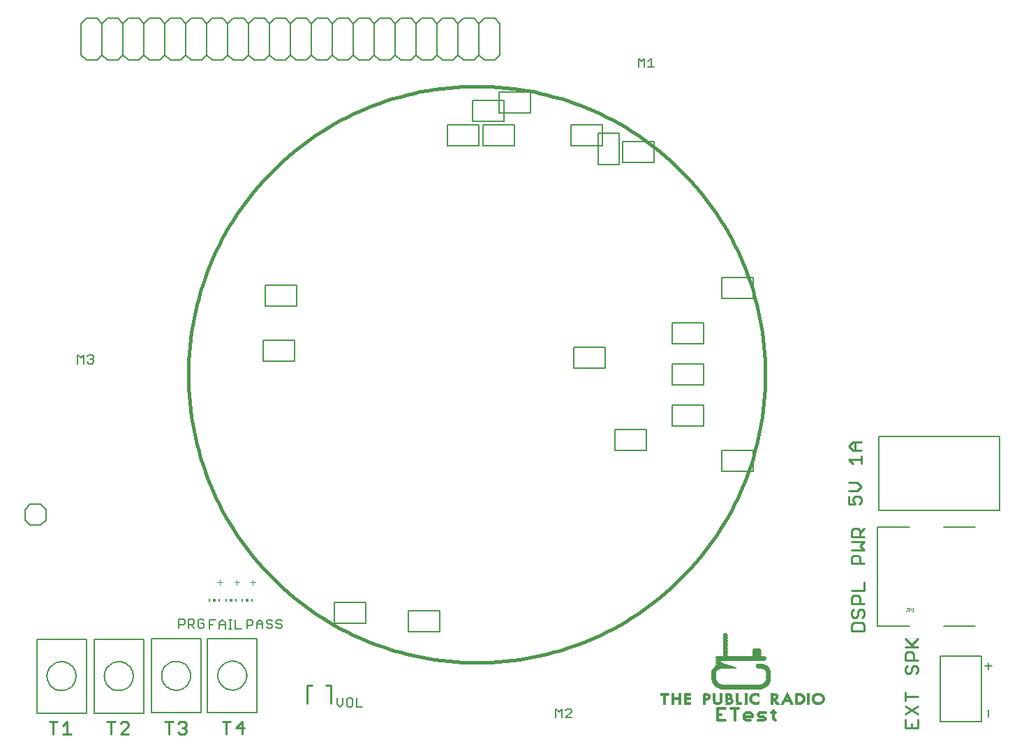
<source format=gto>
G75*
%MOIN*%
%OFA0B0*%
%FSLAX24Y24*%
%IPPOS*%
%LPD*%
%AMOC8*
5,1,8,0,0,1.08239X$1,22.5*
%
%ADD10C,0.0160*%
%ADD11C,0.0130*%
%ADD12C,0.0110*%
%ADD13C,0.0080*%
%ADD14R,0.0015X0.0015*%
%ADD15R,0.0107X0.0015*%
%ADD16R,0.0123X0.0015*%
%ADD17R,0.0138X0.0015*%
%ADD18R,0.0353X0.0015*%
%ADD19R,0.0230X0.0015*%
%ADD20R,0.0261X0.0015*%
%ADD21R,0.0292X0.0015*%
%ADD22R,0.0154X0.0015*%
%ADD23R,0.0276X0.0015*%
%ADD24R,0.0322X0.0015*%
%ADD25R,0.0307X0.0015*%
%ADD26R,0.0169X0.0015*%
%ADD27R,0.0338X0.0015*%
%ADD28R,0.0384X0.0015*%
%ADD29R,0.0369X0.0015*%
%ADD30R,0.0415X0.0015*%
%ADD31R,0.0399X0.0015*%
%ADD32R,0.0445X0.0015*%
%ADD33R,0.0476X0.0015*%
%ADD34R,0.0200X0.0015*%
%ADD35R,0.0430X0.0015*%
%ADD36R,0.0077X0.0015*%
%ADD37R,0.0184X0.0015*%
%ADD38R,0.0046X0.0015*%
%ADD39R,0.0031X0.0015*%
%ADD40R,0.0246X0.0015*%
%ADD41R,0.0461X0.0015*%
%ADD42R,0.0092X0.0015*%
%ADD43R,0.0061X0.0015*%
%ADD44R,0.1981X0.0015*%
%ADD45R,0.2165X0.0015*%
%ADD46R,0.2288X0.0015*%
%ADD47R,0.2380X0.0015*%
%ADD48R,0.2472X0.0015*%
%ADD49R,0.2533X0.0015*%
%ADD50R,0.2595X0.0015*%
%ADD51R,0.0215X0.0015*%
%ADD52R,0.1075X0.0015*%
%ADD53R,0.0568X0.0015*%
%ADD54R,0.0952X0.0015*%
%ADD55R,0.0844X0.0015*%
%ADD56R,0.0537X0.0015*%
%ADD57R,0.0691X0.0015*%
%ADD58R,0.0507X0.0015*%
%ADD59R,0.0583X0.0015*%
%ADD60R,0.2365X0.0015*%
%ADD61R,0.2395X0.0015*%
%ADD62R,0.2349X0.0015*%
%ADD63C,0.0050*%
%ADD64C,0.0070*%
%ADD65C,0.0030*%
%ADD66R,0.0059X0.0118*%
%ADD67R,0.0118X0.0118*%
%ADD68C,0.0010*%
%ADD69C,0.0060*%
%ADD70C,0.0100*%
D10*
X008447Y017946D02*
X008451Y018284D01*
X008464Y018622D01*
X008484Y018960D01*
X008513Y019297D01*
X008551Y019633D01*
X008596Y019968D01*
X008650Y020302D01*
X008712Y020634D01*
X008782Y020965D01*
X008860Y021294D01*
X008946Y021621D01*
X009040Y021946D01*
X009143Y022269D01*
X009253Y022588D01*
X009370Y022905D01*
X009496Y023219D01*
X009629Y023530D01*
X009770Y023838D01*
X009918Y024142D01*
X010074Y024442D01*
X010237Y024738D01*
X010407Y025030D01*
X010585Y025318D01*
X010769Y025602D01*
X010961Y025881D01*
X011159Y026155D01*
X011364Y026424D01*
X011575Y026688D01*
X011793Y026947D01*
X012017Y027200D01*
X012247Y027448D01*
X012483Y027690D01*
X012725Y027926D01*
X012973Y028156D01*
X013226Y028380D01*
X013485Y028598D01*
X013749Y028809D01*
X014018Y029014D01*
X014292Y029212D01*
X014571Y029404D01*
X014855Y029588D01*
X015143Y029766D01*
X015435Y029936D01*
X015731Y030099D01*
X016031Y030255D01*
X016335Y030403D01*
X016643Y030544D01*
X016954Y030677D01*
X017268Y030803D01*
X017585Y030920D01*
X017904Y031030D01*
X018227Y031133D01*
X018552Y031227D01*
X018879Y031313D01*
X019208Y031391D01*
X019539Y031461D01*
X019871Y031523D01*
X020205Y031577D01*
X020540Y031622D01*
X020876Y031660D01*
X021213Y031689D01*
X021551Y031709D01*
X021889Y031722D01*
X022227Y031726D01*
X022565Y031722D01*
X022903Y031709D01*
X023241Y031689D01*
X023578Y031660D01*
X023914Y031622D01*
X024249Y031577D01*
X024583Y031523D01*
X024915Y031461D01*
X025246Y031391D01*
X025575Y031313D01*
X025902Y031227D01*
X026227Y031133D01*
X026550Y031030D01*
X026869Y030920D01*
X027186Y030803D01*
X027500Y030677D01*
X027811Y030544D01*
X028119Y030403D01*
X028423Y030255D01*
X028723Y030099D01*
X029019Y029936D01*
X029311Y029766D01*
X029599Y029588D01*
X029883Y029404D01*
X030162Y029212D01*
X030436Y029014D01*
X030705Y028809D01*
X030969Y028598D01*
X031228Y028380D01*
X031481Y028156D01*
X031729Y027926D01*
X031971Y027690D01*
X032207Y027448D01*
X032437Y027200D01*
X032661Y026947D01*
X032879Y026688D01*
X033090Y026424D01*
X033295Y026155D01*
X033493Y025881D01*
X033685Y025602D01*
X033869Y025318D01*
X034047Y025030D01*
X034217Y024738D01*
X034380Y024442D01*
X034536Y024142D01*
X034684Y023838D01*
X034825Y023530D01*
X034958Y023219D01*
X035084Y022905D01*
X035201Y022588D01*
X035311Y022269D01*
X035414Y021946D01*
X035508Y021621D01*
X035594Y021294D01*
X035672Y020965D01*
X035742Y020634D01*
X035804Y020302D01*
X035858Y019968D01*
X035903Y019633D01*
X035941Y019297D01*
X035970Y018960D01*
X035990Y018622D01*
X036003Y018284D01*
X036007Y017946D01*
X036003Y017608D01*
X035990Y017270D01*
X035970Y016932D01*
X035941Y016595D01*
X035903Y016259D01*
X035858Y015924D01*
X035804Y015590D01*
X035742Y015258D01*
X035672Y014927D01*
X035594Y014598D01*
X035508Y014271D01*
X035414Y013946D01*
X035311Y013623D01*
X035201Y013304D01*
X035084Y012987D01*
X034958Y012673D01*
X034825Y012362D01*
X034684Y012054D01*
X034536Y011750D01*
X034380Y011450D01*
X034217Y011154D01*
X034047Y010862D01*
X033869Y010574D01*
X033685Y010290D01*
X033493Y010011D01*
X033295Y009737D01*
X033090Y009468D01*
X032879Y009204D01*
X032661Y008945D01*
X032437Y008692D01*
X032207Y008444D01*
X031971Y008202D01*
X031729Y007966D01*
X031481Y007736D01*
X031228Y007512D01*
X030969Y007294D01*
X030705Y007083D01*
X030436Y006878D01*
X030162Y006680D01*
X029883Y006488D01*
X029599Y006304D01*
X029311Y006126D01*
X029019Y005956D01*
X028723Y005793D01*
X028423Y005637D01*
X028119Y005489D01*
X027811Y005348D01*
X027500Y005215D01*
X027186Y005089D01*
X026869Y004972D01*
X026550Y004862D01*
X026227Y004759D01*
X025902Y004665D01*
X025575Y004579D01*
X025246Y004501D01*
X024915Y004431D01*
X024583Y004369D01*
X024249Y004315D01*
X023914Y004270D01*
X023578Y004232D01*
X023241Y004203D01*
X022903Y004183D01*
X022565Y004170D01*
X022227Y004166D01*
X021889Y004170D01*
X021551Y004183D01*
X021213Y004203D01*
X020876Y004232D01*
X020540Y004270D01*
X020205Y004315D01*
X019871Y004369D01*
X019539Y004431D01*
X019208Y004501D01*
X018879Y004579D01*
X018552Y004665D01*
X018227Y004759D01*
X017904Y004862D01*
X017585Y004972D01*
X017268Y005089D01*
X016954Y005215D01*
X016643Y005348D01*
X016335Y005489D01*
X016031Y005637D01*
X015731Y005793D01*
X015435Y005956D01*
X015143Y006126D01*
X014855Y006304D01*
X014571Y006488D01*
X014292Y006680D01*
X014018Y006878D01*
X013749Y007083D01*
X013485Y007294D01*
X013226Y007512D01*
X012973Y007736D01*
X012725Y007966D01*
X012483Y008202D01*
X012247Y008444D01*
X012017Y008692D01*
X011793Y008945D01*
X011575Y009204D01*
X011364Y009468D01*
X011159Y009737D01*
X010961Y010011D01*
X010769Y010290D01*
X010585Y010574D01*
X010407Y010862D01*
X010237Y011154D01*
X010074Y011450D01*
X009918Y011750D01*
X009770Y012054D01*
X009629Y012362D01*
X009496Y012673D01*
X009370Y012987D01*
X009253Y013304D01*
X009143Y013623D01*
X009040Y013946D01*
X008946Y014271D01*
X008860Y014598D01*
X008782Y014927D01*
X008712Y015258D01*
X008650Y015590D01*
X008596Y015924D01*
X008551Y016259D01*
X008513Y016595D01*
X008484Y016932D01*
X008464Y017270D01*
X008451Y017608D01*
X008447Y017946D01*
X008451Y018284D01*
X008464Y018622D01*
X008484Y018960D01*
X008513Y019297D01*
X008551Y019633D01*
X008596Y019968D01*
X008650Y020302D01*
X008712Y020634D01*
X008782Y020965D01*
X008860Y021294D01*
X008946Y021621D01*
X009040Y021946D01*
X009143Y022269D01*
X009253Y022588D01*
X009370Y022905D01*
X009496Y023219D01*
X009629Y023530D01*
X009770Y023838D01*
X009918Y024142D01*
X010074Y024442D01*
X010237Y024738D01*
X010407Y025030D01*
X010585Y025318D01*
X010769Y025602D01*
X010961Y025881D01*
X011159Y026155D01*
X011364Y026424D01*
X011575Y026688D01*
X011793Y026947D01*
X012017Y027200D01*
X012247Y027448D01*
X012483Y027690D01*
X012725Y027926D01*
X012973Y028156D01*
X013226Y028380D01*
X013485Y028598D01*
X013749Y028809D01*
X014018Y029014D01*
X014292Y029212D01*
X014571Y029404D01*
X014855Y029588D01*
X015143Y029766D01*
X015435Y029936D01*
X015731Y030099D01*
X016031Y030255D01*
X016335Y030403D01*
X016643Y030544D01*
X016954Y030677D01*
X017268Y030803D01*
X017585Y030920D01*
X017904Y031030D01*
X018227Y031133D01*
X018552Y031227D01*
X018879Y031313D01*
X019208Y031391D01*
X019539Y031461D01*
X019871Y031523D01*
X020205Y031577D01*
X020540Y031622D01*
X020876Y031660D01*
X021213Y031689D01*
X021551Y031709D01*
X021889Y031722D01*
X022227Y031726D01*
X022565Y031722D01*
X022903Y031709D01*
X023241Y031689D01*
X023578Y031660D01*
X023914Y031622D01*
X024249Y031577D01*
X024583Y031523D01*
X024915Y031461D01*
X025246Y031391D01*
X025575Y031313D01*
X025902Y031227D01*
X026227Y031133D01*
X026550Y031030D01*
X026869Y030920D01*
X027186Y030803D01*
X027500Y030677D01*
X027811Y030544D01*
X028119Y030403D01*
X028423Y030255D01*
X028723Y030099D01*
X029019Y029936D01*
X029311Y029766D01*
X029599Y029588D01*
X029883Y029404D01*
X030162Y029212D01*
X030436Y029014D01*
X030705Y028809D01*
X030969Y028598D01*
X031228Y028380D01*
X031481Y028156D01*
X031729Y027926D01*
X031971Y027690D01*
X032207Y027448D01*
X032437Y027200D01*
X032661Y026947D01*
X032879Y026688D01*
X033090Y026424D01*
X033295Y026155D01*
X033493Y025881D01*
X033685Y025602D01*
X033869Y025318D01*
X034047Y025030D01*
X034217Y024738D01*
X034380Y024442D01*
X034536Y024142D01*
X034684Y023838D01*
X034825Y023530D01*
X034958Y023219D01*
X035084Y022905D01*
X035201Y022588D01*
X035311Y022269D01*
X035414Y021946D01*
X035508Y021621D01*
X035594Y021294D01*
X035672Y020965D01*
X035742Y020634D01*
X035804Y020302D01*
X035858Y019968D01*
X035903Y019633D01*
X035941Y019297D01*
X035970Y018960D01*
X035990Y018622D01*
X036003Y018284D01*
X036007Y017946D01*
X036003Y017608D01*
X035990Y017270D01*
X035970Y016932D01*
X035941Y016595D01*
X035903Y016259D01*
X035858Y015924D01*
X035804Y015590D01*
X035742Y015258D01*
X035672Y014927D01*
X035594Y014598D01*
X035508Y014271D01*
X035414Y013946D01*
X035311Y013623D01*
X035201Y013304D01*
X035084Y012987D01*
X034958Y012673D01*
X034825Y012362D01*
X034684Y012054D01*
X034536Y011750D01*
X034380Y011450D01*
X034217Y011154D01*
X034047Y010862D01*
X033869Y010574D01*
X033685Y010290D01*
X033493Y010011D01*
X033295Y009737D01*
X033090Y009468D01*
X032879Y009204D01*
X032661Y008945D01*
X032437Y008692D01*
X032207Y008444D01*
X031971Y008202D01*
X031729Y007966D01*
X031481Y007736D01*
X031228Y007512D01*
X030969Y007294D01*
X030705Y007083D01*
X030436Y006878D01*
X030162Y006680D01*
X029883Y006488D01*
X029599Y006304D01*
X029311Y006126D01*
X029019Y005956D01*
X028723Y005793D01*
X028423Y005637D01*
X028119Y005489D01*
X027811Y005348D01*
X027500Y005215D01*
X027186Y005089D01*
X026869Y004972D01*
X026550Y004862D01*
X026227Y004759D01*
X025902Y004665D01*
X025575Y004579D01*
X025246Y004501D01*
X024915Y004431D01*
X024583Y004369D01*
X024249Y004315D01*
X023914Y004270D01*
X023578Y004232D01*
X023241Y004203D01*
X022903Y004183D01*
X022565Y004170D01*
X022227Y004166D01*
X021889Y004170D01*
X021551Y004183D01*
X021213Y004203D01*
X020876Y004232D01*
X020540Y004270D01*
X020205Y004315D01*
X019871Y004369D01*
X019539Y004431D01*
X019208Y004501D01*
X018879Y004579D01*
X018552Y004665D01*
X018227Y004759D01*
X017904Y004862D01*
X017585Y004972D01*
X017268Y005089D01*
X016954Y005215D01*
X016643Y005348D01*
X016335Y005489D01*
X016031Y005637D01*
X015731Y005793D01*
X015435Y005956D01*
X015143Y006126D01*
X014855Y006304D01*
X014571Y006488D01*
X014292Y006680D01*
X014018Y006878D01*
X013749Y007083D01*
X013485Y007294D01*
X013226Y007512D01*
X012973Y007736D01*
X012725Y007966D01*
X012483Y008202D01*
X012247Y008444D01*
X012017Y008692D01*
X011793Y008945D01*
X011575Y009204D01*
X011364Y009468D01*
X011159Y009737D01*
X010961Y010011D01*
X010769Y010290D01*
X010585Y010574D01*
X010407Y010862D01*
X010237Y011154D01*
X010074Y011450D01*
X009918Y011750D01*
X009770Y012054D01*
X009629Y012362D01*
X009496Y012673D01*
X009370Y012987D01*
X009253Y013304D01*
X009143Y013623D01*
X009040Y013946D01*
X008946Y014271D01*
X008860Y014598D01*
X008782Y014927D01*
X008712Y015258D01*
X008650Y015590D01*
X008596Y015924D01*
X008551Y016259D01*
X008513Y016595D01*
X008484Y016932D01*
X008464Y017270D01*
X008451Y017608D01*
X008447Y017946D01*
D11*
X033710Y001967D02*
X033710Y001397D01*
X034090Y001397D01*
X033900Y001682D02*
X033710Y001682D01*
X033710Y001967D02*
X034090Y001967D01*
X034354Y001967D02*
X034734Y001967D01*
X034544Y001967D02*
X034544Y001397D01*
X034999Y001492D02*
X034999Y001682D01*
X035094Y001777D01*
X035284Y001777D01*
X035379Y001682D01*
X035379Y001587D01*
X034999Y001587D01*
X034999Y001492D02*
X035094Y001397D01*
X035284Y001397D01*
X035643Y001397D02*
X035928Y001397D01*
X036024Y001492D01*
X035928Y001587D01*
X035738Y001587D01*
X035643Y001682D01*
X035738Y001777D01*
X036024Y001777D01*
X036288Y001777D02*
X036478Y001777D01*
X036383Y001872D02*
X036383Y001492D01*
X036478Y001397D01*
D12*
X002203Y001347D02*
X001810Y001347D01*
X002007Y001347D02*
X002007Y000757D01*
X002454Y000757D02*
X002848Y000757D01*
X002651Y000757D02*
X002651Y001347D01*
X002454Y001150D01*
X004566Y001347D02*
X004959Y001347D01*
X004763Y001347D02*
X004763Y000757D01*
X005210Y000757D02*
X005604Y001150D01*
X005604Y001249D01*
X005506Y001347D01*
X005309Y001347D01*
X005210Y001249D01*
X005210Y000757D02*
X005604Y000757D01*
X007322Y001347D02*
X007715Y001347D01*
X007518Y001347D02*
X007518Y000757D01*
X007966Y000855D02*
X008065Y000757D01*
X008261Y000757D01*
X008360Y000855D01*
X008360Y000953D01*
X008261Y001052D01*
X008163Y001052D01*
X008261Y001052D02*
X008360Y001150D01*
X008360Y001249D01*
X008261Y001347D01*
X008065Y001347D01*
X007966Y001249D01*
X010078Y001347D02*
X010471Y001347D01*
X010274Y001347D02*
X010274Y000757D01*
X010722Y001052D02*
X011017Y001347D01*
X011017Y000757D01*
X011116Y001052D02*
X010722Y001052D01*
X040135Y005678D02*
X040135Y005973D01*
X040233Y006072D01*
X040627Y006072D01*
X040725Y005973D01*
X040725Y005678D01*
X040135Y005678D01*
X040233Y006322D02*
X040135Y006421D01*
X040135Y006618D01*
X040233Y006716D01*
X040430Y006618D02*
X040529Y006716D01*
X040627Y006716D01*
X040725Y006618D01*
X040725Y006421D01*
X040627Y006322D01*
X040430Y006421D02*
X040430Y006618D01*
X040430Y006421D02*
X040332Y006322D01*
X040233Y006322D01*
X040135Y006967D02*
X040135Y007262D01*
X040233Y007361D01*
X040430Y007361D01*
X040529Y007262D01*
X040529Y006967D01*
X040725Y006967D02*
X040135Y006967D01*
X040135Y007612D02*
X040725Y007612D01*
X040725Y008005D01*
X040725Y008901D02*
X040135Y008901D01*
X040135Y009196D01*
X040233Y009294D01*
X040430Y009294D01*
X040529Y009196D01*
X040529Y008901D01*
X040725Y009545D02*
X040135Y009545D01*
X040135Y009939D02*
X040725Y009939D01*
X040529Y009742D01*
X040725Y009545D01*
X040725Y010190D02*
X040135Y010190D01*
X040135Y010485D01*
X040233Y010583D01*
X040430Y010583D01*
X040529Y010485D01*
X040529Y010190D01*
X040529Y010387D02*
X040725Y010583D01*
X040479Y011731D02*
X040578Y011829D01*
X040578Y012026D01*
X040479Y012125D01*
X040283Y012125D01*
X040184Y012026D01*
X040184Y011928D01*
X040283Y011731D01*
X039987Y011731D01*
X039987Y012125D01*
X039987Y012376D02*
X040381Y012376D01*
X040578Y012572D01*
X040381Y012769D01*
X039987Y012769D01*
X040184Y013665D02*
X039987Y013862D01*
X040578Y013862D01*
X040578Y014058D02*
X040578Y013665D01*
X040578Y014309D02*
X040184Y014309D01*
X039987Y014506D01*
X040184Y014703D01*
X040578Y014703D01*
X040283Y014703D02*
X040283Y014309D01*
X042694Y005313D02*
X043088Y004919D01*
X042989Y005018D02*
X043284Y005313D01*
X043284Y004919D02*
X042694Y004919D01*
X042792Y004668D02*
X042989Y004668D01*
X043088Y004570D01*
X043088Y004275D01*
X043284Y004275D02*
X042694Y004275D01*
X042694Y004570D01*
X042792Y004668D01*
X042792Y004024D02*
X042694Y003925D01*
X042694Y003729D01*
X042792Y003630D01*
X042891Y003630D01*
X042989Y003729D01*
X042989Y003925D01*
X043088Y004024D01*
X043186Y004024D01*
X043284Y003925D01*
X043284Y003729D01*
X043186Y003630D01*
X042694Y002735D02*
X042694Y002341D01*
X042694Y002538D02*
X043284Y002538D01*
X043284Y002090D02*
X042694Y001696D01*
X042694Y001446D02*
X042694Y001052D01*
X043284Y001052D01*
X043284Y001446D01*
X043284Y001696D02*
X042694Y002090D01*
X042989Y001249D02*
X042989Y001052D01*
D13*
X042887Y005918D02*
X041351Y005918D01*
X041351Y010643D01*
X042887Y010643D01*
X044540Y010643D02*
X046036Y010643D01*
X046036Y005918D02*
X044540Y005918D01*
X026748Y001879D02*
X026678Y001949D01*
X026538Y001949D01*
X026468Y001879D01*
X026288Y001949D02*
X026288Y001529D01*
X026468Y001529D02*
X026748Y001809D01*
X026748Y001879D01*
X026748Y001529D02*
X026468Y001529D01*
X026148Y001809D02*
X026007Y001949D01*
X026007Y001529D01*
X026148Y001809D02*
X026288Y001949D01*
X016760Y002051D02*
X016480Y002051D01*
X016480Y002471D01*
X016300Y002401D02*
X016300Y002121D01*
X016230Y002051D01*
X016090Y002051D01*
X016020Y002121D01*
X016020Y002401D01*
X016090Y002471D01*
X016230Y002471D01*
X016300Y002401D01*
X015840Y002471D02*
X015840Y002191D01*
X015699Y002051D01*
X015559Y002191D01*
X015559Y002471D01*
X012852Y005801D02*
X012712Y005801D01*
X012641Y005871D01*
X012712Y006011D02*
X012852Y006011D01*
X012922Y005941D01*
X012922Y005871D01*
X012852Y005801D01*
X012712Y006011D02*
X012641Y006081D01*
X012641Y006151D01*
X012712Y006221D01*
X012852Y006221D01*
X012922Y006151D01*
X012461Y006151D02*
X012391Y006221D01*
X012251Y006221D01*
X012181Y006151D01*
X012181Y006081D01*
X012251Y006011D01*
X012391Y006011D01*
X012461Y005941D01*
X012461Y005871D01*
X012391Y005801D01*
X012251Y005801D01*
X012181Y005871D01*
X012001Y005801D02*
X012001Y006081D01*
X011861Y006221D01*
X011721Y006081D01*
X011721Y005801D01*
X011721Y006011D02*
X012001Y006011D01*
X011541Y006011D02*
X011541Y006151D01*
X011470Y006221D01*
X011260Y006221D01*
X011260Y005801D01*
X011260Y005941D02*
X011470Y005941D01*
X011541Y006011D01*
X010983Y005781D02*
X010703Y005781D01*
X010703Y006201D01*
X010536Y006201D02*
X010396Y006201D01*
X010466Y006201D02*
X010466Y005781D01*
X010396Y005781D02*
X010536Y005781D01*
X010215Y005781D02*
X010215Y006061D01*
X010075Y006201D01*
X009935Y006061D01*
X009935Y005781D01*
X009935Y005991D02*
X010215Y005991D01*
X009755Y006201D02*
X009475Y006201D01*
X009475Y005781D01*
X009475Y005991D02*
X009615Y005991D01*
X009201Y006031D02*
X009061Y006031D01*
X009201Y006031D02*
X009201Y005890D01*
X009131Y005820D01*
X008991Y005820D01*
X008921Y005890D01*
X008921Y006171D01*
X008991Y006241D01*
X009131Y006241D01*
X009201Y006171D01*
X008741Y006171D02*
X008741Y006031D01*
X008671Y005961D01*
X008461Y005961D01*
X008601Y005961D02*
X008741Y005820D01*
X008461Y005820D02*
X008461Y006241D01*
X008671Y006241D01*
X008741Y006171D01*
X008280Y006171D02*
X008280Y006031D01*
X008210Y005961D01*
X008000Y005961D01*
X008000Y005820D02*
X008000Y006241D01*
X008210Y006241D01*
X008280Y006171D01*
X003843Y018458D02*
X003703Y018458D01*
X003633Y018528D01*
X003453Y018458D02*
X003453Y018879D01*
X003313Y018738D01*
X003173Y018879D01*
X003173Y018458D01*
X003633Y018808D02*
X003703Y018879D01*
X003843Y018879D01*
X003913Y018808D01*
X003913Y018738D01*
X003843Y018668D01*
X003913Y018598D01*
X003913Y018528D01*
X003843Y018458D01*
X003843Y018668D02*
X003773Y018668D01*
X029944Y032631D02*
X029944Y033052D01*
X030085Y032912D01*
X030225Y033052D01*
X030225Y032631D01*
X030405Y032631D02*
X030685Y032631D01*
X030545Y032631D02*
X030545Y033052D01*
X030405Y032912D01*
D14*
X034041Y005516D03*
X034011Y005454D03*
X034011Y005424D03*
X034011Y005332D03*
X034011Y005301D03*
X034011Y005209D03*
X034011Y005178D03*
X034011Y005086D03*
X034011Y005055D03*
X034011Y004963D03*
X034011Y004932D03*
X034011Y004840D03*
X034011Y004810D03*
X034011Y004717D03*
X034011Y004687D03*
X034011Y004595D03*
X034011Y004564D03*
X034011Y004472D03*
X034195Y004502D03*
X034195Y004533D03*
X034195Y004625D03*
X034195Y004656D03*
X034195Y004748D03*
X034195Y004779D03*
X034195Y004871D03*
X034195Y004902D03*
X034195Y004994D03*
X034195Y005024D03*
X034195Y005117D03*
X034195Y005147D03*
X034195Y005239D03*
X034195Y005270D03*
X034195Y005362D03*
X034195Y005393D03*
X034195Y005485D03*
X033673Y004410D03*
X033673Y004380D03*
X033673Y004287D03*
X033673Y004257D03*
X033673Y004165D03*
X033673Y004134D03*
X033673Y004042D03*
X033673Y004011D03*
X033642Y003980D03*
X033550Y003888D03*
X033519Y003858D03*
X033489Y003796D03*
X033489Y003765D03*
X033458Y003735D03*
X033458Y003704D03*
X033458Y003612D03*
X033458Y003581D03*
X033458Y003489D03*
X033458Y003458D03*
X033458Y003366D03*
X033458Y003336D03*
X033642Y003397D03*
X033642Y003428D03*
X033642Y003520D03*
X033642Y003550D03*
X033642Y003643D03*
X033673Y003704D03*
X033673Y003735D03*
X033704Y003765D03*
X033903Y003873D03*
X033934Y003873D03*
X033949Y003888D03*
X033980Y003888D03*
X034011Y003888D03*
X034041Y003888D03*
X034072Y003888D03*
X034103Y003888D03*
X034134Y003888D03*
X034164Y003888D03*
X034195Y003888D03*
X034226Y003888D03*
X034256Y003888D03*
X034287Y003888D03*
X034318Y003888D03*
X034349Y003888D03*
X034379Y003888D03*
X034410Y003888D03*
X034441Y003888D03*
X034471Y003888D03*
X034502Y003888D03*
X034533Y003888D03*
X034563Y003888D03*
X034563Y003919D03*
X034594Y003888D03*
X034625Y003888D03*
X034471Y003950D03*
X034456Y003965D03*
X034364Y003996D03*
X034272Y004026D03*
X034226Y004042D03*
X034195Y004042D03*
X034180Y004057D03*
X034134Y004073D03*
X034103Y004073D03*
X033949Y004134D03*
X033934Y004241D03*
X033995Y004241D03*
X034057Y004241D03*
X034087Y004241D03*
X034118Y004241D03*
X034180Y004241D03*
X034241Y004241D03*
X034302Y004241D03*
X034364Y004241D03*
X034425Y004241D03*
X034487Y004241D03*
X034548Y004241D03*
X034610Y004241D03*
X034671Y004241D03*
X034732Y004241D03*
X034794Y004241D03*
X034855Y004241D03*
X034917Y004241D03*
X034978Y004241D03*
X035039Y004241D03*
X035101Y004241D03*
X035162Y004241D03*
X035224Y004241D03*
X035285Y004241D03*
X035347Y004241D03*
X035408Y004241D03*
X035469Y004241D03*
X035531Y004241D03*
X035592Y004241D03*
X035654Y004241D03*
X035715Y004241D03*
X035776Y004241D03*
X035838Y004241D03*
X035899Y004241D03*
X035961Y004241D03*
X035976Y004257D03*
X036037Y004380D03*
X036037Y004410D03*
X036007Y004441D03*
X035991Y004456D03*
X035961Y004456D03*
X035792Y004502D03*
X035792Y004533D03*
X035792Y004625D03*
X035792Y004656D03*
X035792Y004748D03*
X035423Y004717D03*
X035423Y004687D03*
X035423Y004595D03*
X035423Y004564D03*
X035423Y004472D03*
X035623Y004088D03*
X035608Y004073D03*
X035577Y004011D03*
X035608Y003950D03*
X035669Y003888D03*
X035700Y003888D03*
X035730Y003888D03*
X035761Y003888D03*
X035807Y003873D03*
X035976Y003827D03*
X036007Y003796D03*
X036037Y003735D03*
X036068Y003673D03*
X036068Y003643D03*
X036068Y003550D03*
X036068Y003520D03*
X036068Y003428D03*
X036068Y003397D03*
X036252Y003366D03*
X036252Y003336D03*
X036252Y003458D03*
X036252Y003489D03*
X036252Y003581D03*
X036252Y003612D03*
X036252Y003704D03*
X036252Y003735D03*
X036160Y003919D03*
X036130Y003950D03*
X036037Y004011D03*
X035976Y004042D03*
X035915Y004073D03*
X035884Y004073D03*
X035869Y004088D03*
X035838Y004088D03*
X035976Y003213D03*
X035945Y003182D03*
X035853Y003121D03*
X035807Y003105D03*
X035792Y003090D03*
X035792Y002875D03*
X035761Y002875D03*
X035638Y002691D03*
X035608Y002691D03*
X035515Y002691D03*
X035485Y002691D03*
X035531Y002583D03*
X035561Y002583D03*
X035654Y002552D03*
X035715Y002522D03*
X035715Y002307D03*
X035561Y002245D03*
X035531Y002245D03*
X035485Y002138D03*
X035638Y002138D03*
X035116Y002138D03*
X035086Y002138D03*
X035055Y002138D03*
X035024Y002138D03*
X034871Y002138D03*
X034840Y002138D03*
X034809Y002138D03*
X034778Y002138D03*
X034748Y002138D03*
X034717Y002138D03*
X034686Y002138D03*
X034656Y002138D03*
X034625Y002138D03*
X034287Y002138D03*
X034256Y002138D03*
X034226Y002138D03*
X034195Y002138D03*
X034164Y002138D03*
X034134Y002138D03*
X033796Y002138D03*
X033750Y002245D03*
X033719Y002245D03*
X033565Y002184D03*
X033243Y002353D03*
X033197Y002460D03*
X033151Y002138D03*
X033120Y002138D03*
X033089Y002138D03*
X033059Y002138D03*
X032475Y002138D03*
X032445Y002138D03*
X032414Y002138D03*
X032383Y002138D03*
X032352Y002138D03*
X032322Y002138D03*
X032291Y002138D03*
X032260Y002138D03*
X032230Y002138D03*
X032199Y002138D03*
X032168Y002138D03*
X031984Y002138D03*
X031953Y002138D03*
X031923Y002138D03*
X031892Y002138D03*
X031646Y002138D03*
X031615Y002138D03*
X031585Y002138D03*
X031554Y002138D03*
X031247Y002138D03*
X031216Y002138D03*
X031186Y002138D03*
X031155Y002138D03*
X031692Y002491D03*
X031723Y002491D03*
X031754Y002491D03*
X031784Y002491D03*
X031815Y002491D03*
X031846Y002491D03*
X032276Y002491D03*
X032306Y002491D03*
X032337Y002491D03*
X032368Y002491D03*
X032399Y002491D03*
X032429Y002491D03*
X032460Y002491D03*
X032475Y002384D03*
X032445Y002384D03*
X032414Y002384D03*
X032383Y002384D03*
X032352Y002384D03*
X032322Y002384D03*
X032291Y002384D03*
X033611Y003028D03*
X033658Y002982D03*
X033704Y002967D03*
X033581Y003090D03*
X033857Y003121D03*
X033919Y003090D03*
X033949Y003090D03*
X033949Y002875D03*
X034333Y002675D03*
X036007Y002967D03*
X036130Y003090D03*
X036513Y002675D03*
X036544Y002368D03*
X036560Y002138D03*
X036590Y002138D03*
X036621Y002138D03*
X036652Y002138D03*
X036682Y002138D03*
X036774Y002138D03*
X036805Y002138D03*
X036836Y002138D03*
X036867Y002138D03*
X036959Y002261D03*
X036989Y002261D03*
X037020Y002261D03*
X037051Y002261D03*
X037082Y002261D03*
X037112Y002261D03*
X037143Y002261D03*
X037235Y002138D03*
X037266Y002138D03*
X037297Y002138D03*
X037327Y002138D03*
X037450Y002138D03*
X037481Y002138D03*
X037511Y002138D03*
X037542Y002138D03*
X037573Y002138D03*
X037604Y002138D03*
X037634Y002138D03*
X037757Y002169D03*
X038034Y002138D03*
X038064Y002138D03*
X038095Y002138D03*
X038463Y002138D03*
X038510Y002245D03*
X038571Y002245D03*
X038617Y002138D03*
X038571Y002583D03*
X038540Y002583D03*
X038463Y002568D03*
X038463Y002691D03*
X038494Y002691D03*
X038525Y002691D03*
X038556Y002691D03*
X038586Y002691D03*
X038617Y002691D03*
X037711Y002675D03*
X037665Y002568D03*
X037051Y002721D03*
X036375Y002138D03*
X036345Y002138D03*
X036314Y002138D03*
X036283Y002138D03*
D15*
X036329Y002169D03*
X036329Y002199D03*
X036329Y002230D03*
X036329Y002261D03*
X036329Y002291D03*
X036329Y002322D03*
X036329Y002476D03*
X036329Y002506D03*
X036329Y002537D03*
X036329Y002568D03*
X037051Y002645D03*
X038064Y002645D03*
X038064Y002675D03*
X038064Y002614D03*
X038064Y002583D03*
X038064Y002552D03*
X038064Y002522D03*
X038064Y002491D03*
X038064Y002460D03*
X038064Y002430D03*
X038064Y002399D03*
X038064Y002368D03*
X038064Y002337D03*
X038064Y002307D03*
X038064Y002276D03*
X038064Y002245D03*
X038064Y002215D03*
X038064Y002184D03*
X038064Y002153D03*
X038295Y002384D03*
X038295Y002414D03*
X038295Y002445D03*
X038540Y002138D03*
X038786Y002353D03*
X035561Y002138D03*
X035316Y002353D03*
X035316Y002476D03*
X034425Y002322D03*
X034425Y002291D03*
X033903Y002322D03*
X033903Y002353D03*
X033903Y002384D03*
X033903Y002414D03*
X033903Y002445D03*
X033903Y002476D03*
X033903Y002506D03*
X033903Y002537D03*
X033903Y002568D03*
X033903Y002599D03*
X033903Y002629D03*
X033903Y002660D03*
X033565Y002660D03*
X033565Y002629D03*
X033565Y002599D03*
X033565Y002568D03*
X033565Y002537D03*
X033565Y002506D03*
X033565Y002476D03*
X033565Y002445D03*
X033565Y002414D03*
X033565Y002384D03*
X033565Y002353D03*
X033719Y002138D03*
X033105Y002169D03*
X033105Y002199D03*
X033105Y002230D03*
X033105Y002261D03*
X033105Y002291D03*
X033105Y002322D03*
X033105Y002476D03*
X033105Y002506D03*
X033105Y002537D03*
X033105Y002568D03*
X031600Y002568D03*
X031600Y002599D03*
X031600Y002629D03*
X031600Y002660D03*
X031600Y002537D03*
X031600Y002506D03*
X031600Y002353D03*
X031600Y002322D03*
X031600Y002291D03*
X031600Y002261D03*
X031600Y002230D03*
X031600Y002199D03*
X031600Y002169D03*
X034103Y005531D03*
D16*
X034663Y002675D03*
X034663Y002660D03*
X034663Y002645D03*
X034663Y002629D03*
X034663Y002614D03*
X034663Y002599D03*
X034663Y002583D03*
X034663Y002568D03*
X034663Y002552D03*
X034663Y002537D03*
X034663Y002522D03*
X034663Y002506D03*
X034663Y002491D03*
X034663Y002476D03*
X034663Y002460D03*
X034663Y002445D03*
X034663Y002430D03*
X034663Y002414D03*
X034663Y002399D03*
X034663Y002384D03*
X034663Y002368D03*
X034663Y002353D03*
X034663Y002337D03*
X034663Y002322D03*
X034663Y002307D03*
X034663Y002291D03*
X034663Y002276D03*
X034663Y002261D03*
X034418Y002337D03*
X034372Y002506D03*
X034372Y002522D03*
X034372Y002537D03*
X034172Y002537D03*
X034172Y002522D03*
X034172Y002506D03*
X034172Y002491D03*
X034172Y002476D03*
X034172Y002552D03*
X034172Y002568D03*
X034172Y002353D03*
X034172Y002337D03*
X034172Y002322D03*
X034172Y002307D03*
X034172Y002291D03*
X034172Y002276D03*
X034172Y002261D03*
X033896Y002291D03*
X033588Y002276D03*
X033573Y002322D03*
X033327Y002476D03*
X033327Y002491D03*
X033327Y002506D03*
X033327Y002522D03*
X033327Y002537D03*
X032191Y002537D03*
X032191Y002522D03*
X032191Y002506D03*
X032191Y002491D03*
X032191Y002552D03*
X032191Y002568D03*
X032191Y002368D03*
X032191Y002353D03*
X032191Y002337D03*
X032191Y002322D03*
X032191Y002307D03*
X032191Y002291D03*
X032191Y002276D03*
X032191Y002261D03*
X031930Y002261D03*
X031930Y002276D03*
X031930Y002291D03*
X031930Y002307D03*
X031930Y002322D03*
X031930Y002337D03*
X031930Y002353D03*
X031930Y002368D03*
X031930Y002245D03*
X031930Y002230D03*
X031930Y002215D03*
X031930Y002199D03*
X031930Y002184D03*
X031930Y002169D03*
X031930Y002153D03*
X031930Y002491D03*
X031930Y002506D03*
X031930Y002522D03*
X031930Y002537D03*
X031930Y002552D03*
X031930Y002568D03*
X031930Y002583D03*
X031930Y002599D03*
X031930Y002614D03*
X031930Y002629D03*
X031930Y002645D03*
X031930Y002660D03*
X031930Y002675D03*
X031209Y002568D03*
X031209Y002552D03*
X031209Y002537D03*
X031209Y002522D03*
X031209Y002506D03*
X031209Y002491D03*
X031209Y002476D03*
X031209Y002460D03*
X031209Y002445D03*
X031209Y002430D03*
X031209Y002414D03*
X031209Y002399D03*
X031209Y002384D03*
X031209Y002368D03*
X031209Y002353D03*
X031209Y002337D03*
X031209Y002322D03*
X031209Y002307D03*
X031209Y002291D03*
X031209Y002276D03*
X031209Y002261D03*
X031209Y002245D03*
X031209Y002230D03*
X031209Y002215D03*
X031209Y002199D03*
X031209Y002184D03*
X031209Y002169D03*
X031209Y002153D03*
X035078Y002153D03*
X035078Y002169D03*
X035078Y002184D03*
X035078Y002199D03*
X035078Y002215D03*
X035078Y002230D03*
X035078Y002245D03*
X035078Y002261D03*
X035078Y002276D03*
X035078Y002291D03*
X035078Y002307D03*
X035078Y002322D03*
X035078Y002337D03*
X035078Y002353D03*
X035078Y002368D03*
X035078Y002384D03*
X035078Y002399D03*
X035078Y002414D03*
X035078Y002430D03*
X035078Y002445D03*
X035078Y002460D03*
X035078Y002476D03*
X035078Y002491D03*
X035078Y002506D03*
X035078Y002522D03*
X035078Y002537D03*
X035078Y002552D03*
X035078Y002568D03*
X035078Y002583D03*
X035078Y002599D03*
X035078Y002614D03*
X035078Y002629D03*
X035078Y002645D03*
X035078Y002660D03*
X035078Y002675D03*
X035308Y002445D03*
X035308Y002430D03*
X035308Y002414D03*
X035308Y002399D03*
X035308Y002384D03*
X036567Y002491D03*
X036567Y002506D03*
X036567Y002522D03*
X036567Y002537D03*
X036936Y002384D03*
X036966Y002445D03*
X037151Y002430D03*
X037151Y002414D03*
X037243Y002230D03*
X037258Y002199D03*
X037504Y002261D03*
X037504Y002276D03*
X037504Y002291D03*
X037504Y002307D03*
X037504Y002322D03*
X037504Y002337D03*
X037504Y002353D03*
X037504Y002368D03*
X037504Y002384D03*
X037504Y002399D03*
X037504Y002414D03*
X037504Y002430D03*
X037504Y002445D03*
X037504Y002460D03*
X037504Y002476D03*
X037504Y002491D03*
X037504Y002506D03*
X037504Y002522D03*
X037504Y002537D03*
X037504Y002552D03*
X037504Y002568D03*
X037857Y002460D03*
X037857Y002430D03*
X037857Y002414D03*
X037857Y002399D03*
X037857Y002384D03*
X037857Y002368D03*
X038302Y002353D03*
X038302Y002337D03*
X038302Y002476D03*
X038302Y002491D03*
X038778Y002476D03*
X038794Y002445D03*
X038794Y002414D03*
X038794Y002399D03*
X038794Y002384D03*
X037059Y002614D03*
X037059Y002629D03*
X036874Y002261D03*
X036844Y002199D03*
X036828Y002169D03*
D17*
X036836Y002184D03*
X036851Y002215D03*
X036867Y002230D03*
X036867Y002245D03*
X036821Y002153D03*
X036590Y002169D03*
X036513Y002276D03*
X036498Y002291D03*
X036329Y002276D03*
X036329Y002245D03*
X036329Y002215D03*
X036329Y002184D03*
X036329Y002153D03*
X036329Y002307D03*
X036329Y002460D03*
X036329Y002491D03*
X036329Y002522D03*
X036329Y002552D03*
X036560Y002552D03*
X036560Y002476D03*
X036943Y002399D03*
X036959Y002414D03*
X036959Y002430D03*
X036974Y002460D03*
X037128Y002460D03*
X037143Y002445D03*
X037158Y002399D03*
X037174Y002384D03*
X037235Y002261D03*
X037235Y002245D03*
X037250Y002215D03*
X037266Y002169D03*
X037281Y002153D03*
X037819Y002291D03*
X037834Y002322D03*
X037834Y002337D03*
X037849Y002353D03*
X037849Y002445D03*
X037849Y002476D03*
X037834Y002491D03*
X037834Y002506D03*
X037819Y002537D03*
X038064Y002537D03*
X038064Y002506D03*
X038064Y002476D03*
X038064Y002445D03*
X038064Y002414D03*
X038064Y002384D03*
X038064Y002353D03*
X038064Y002322D03*
X038064Y002291D03*
X038064Y002261D03*
X038064Y002230D03*
X038064Y002199D03*
X038064Y002169D03*
X038310Y002322D03*
X038325Y002307D03*
X038295Y002368D03*
X038295Y002399D03*
X038295Y002430D03*
X038295Y002460D03*
X038310Y002506D03*
X038325Y002522D03*
X038064Y002568D03*
X038064Y002599D03*
X038064Y002629D03*
X038064Y002660D03*
X038771Y002506D03*
X038786Y002491D03*
X038786Y002460D03*
X038786Y002430D03*
X038786Y002368D03*
X038786Y002337D03*
X038771Y002322D03*
X037051Y002599D03*
X035654Y002583D03*
X035331Y002506D03*
X035316Y002491D03*
X035316Y002460D03*
X035316Y002368D03*
X035316Y002337D03*
X035331Y002322D03*
X035654Y002245D03*
X034425Y002276D03*
X034410Y002261D03*
X034425Y002307D03*
X034410Y002353D03*
X034349Y002476D03*
X034364Y002491D03*
X034364Y002552D03*
X034349Y002568D03*
X033903Y002583D03*
X033903Y002552D03*
X033903Y002522D03*
X033903Y002491D03*
X033903Y002460D03*
X033903Y002430D03*
X033903Y002399D03*
X033903Y002368D03*
X033903Y002337D03*
X033903Y002307D03*
X033888Y002276D03*
X033581Y002291D03*
X033565Y002307D03*
X033565Y002337D03*
X033565Y002368D03*
X033565Y002399D03*
X033565Y002430D03*
X033565Y002460D03*
X033565Y002491D03*
X033565Y002522D03*
X033565Y002552D03*
X033565Y002583D03*
X033565Y002614D03*
X033565Y002645D03*
X033565Y002675D03*
X033320Y002552D03*
X033304Y002568D03*
X033105Y002552D03*
X033105Y002522D03*
X033105Y002491D03*
X033105Y002460D03*
X033105Y002337D03*
X033105Y002307D03*
X033105Y002276D03*
X033105Y002245D03*
X033105Y002215D03*
X033105Y002184D03*
X033105Y002153D03*
X033903Y002614D03*
X033903Y002645D03*
X033903Y002675D03*
X032199Y002384D03*
X031600Y002368D03*
X031600Y002337D03*
X031600Y002307D03*
X031600Y002276D03*
X031600Y002245D03*
X031600Y002215D03*
X031600Y002184D03*
X031600Y002153D03*
X031600Y002491D03*
X031600Y002522D03*
X031600Y002552D03*
X031600Y002583D03*
X031600Y002614D03*
X031600Y002645D03*
X031600Y002675D03*
D18*
X032306Y002675D03*
X032306Y002660D03*
X032306Y002645D03*
X032306Y002629D03*
X032306Y002614D03*
X032306Y002599D03*
X032306Y002583D03*
X032306Y002476D03*
X032306Y002460D03*
X032306Y002445D03*
X032306Y002430D03*
X032306Y002414D03*
X032306Y002399D03*
X032306Y002245D03*
X032306Y002230D03*
X032306Y002215D03*
X032306Y002199D03*
X032306Y002184D03*
X032306Y002169D03*
X032306Y002153D03*
X033212Y002583D03*
X034287Y002368D03*
X034287Y002245D03*
X034287Y002230D03*
X034287Y002215D03*
X035546Y002184D03*
X035546Y002645D03*
X036007Y003105D03*
X036437Y002614D03*
X036437Y002583D03*
X036437Y002430D03*
X037619Y002629D03*
X037619Y002199D03*
X035608Y004487D03*
X035608Y004610D03*
X035608Y004733D03*
X035608Y004763D03*
X035608Y004794D03*
X033704Y003873D03*
D19*
X033581Y003750D03*
X033565Y003719D03*
X033550Y003658D03*
X033550Y003627D03*
X033550Y003597D03*
X033550Y003566D03*
X033550Y003535D03*
X033550Y003504D03*
X033550Y003474D03*
X033550Y003443D03*
X033550Y003412D03*
X033550Y003382D03*
X033550Y003351D03*
X033581Y003289D03*
X033581Y003259D03*
X033151Y002675D03*
X033734Y002153D03*
X036130Y003259D03*
X036160Y003351D03*
X036160Y003382D03*
X036160Y003412D03*
X036160Y003443D03*
X036160Y003474D03*
X036160Y003535D03*
X036160Y003566D03*
X036160Y003597D03*
X036160Y003658D03*
X036160Y003689D03*
X036160Y003719D03*
X036375Y002675D03*
X037051Y002522D03*
X038402Y002583D03*
X034103Y004456D03*
X034103Y004487D03*
X034103Y004518D03*
X034103Y004549D03*
X034103Y004579D03*
X034103Y004610D03*
X034103Y004641D03*
X034103Y004671D03*
X034103Y004702D03*
X034103Y004733D03*
X034103Y004763D03*
X034103Y004794D03*
X034103Y004825D03*
X034103Y004856D03*
X034103Y004886D03*
X034103Y004917D03*
X034103Y004948D03*
X034103Y004978D03*
X034103Y005009D03*
X034103Y005040D03*
X034103Y005071D03*
X034103Y005101D03*
X034103Y005132D03*
X034103Y005163D03*
X034103Y005193D03*
X034103Y005224D03*
X034103Y005255D03*
X034103Y005286D03*
X034103Y005316D03*
X034103Y005347D03*
X034103Y005378D03*
X034103Y005408D03*
X034103Y005439D03*
D20*
X033627Y003811D03*
X033596Y003781D03*
X033596Y003228D03*
X033627Y003197D03*
X033182Y002660D03*
X033182Y002384D03*
X033166Y002368D03*
X033734Y002169D03*
X034241Y002153D03*
X034241Y002645D03*
X035561Y002675D03*
X036084Y003197D03*
X036114Y003228D03*
X036406Y002660D03*
X036391Y002368D03*
X037051Y002476D03*
X038540Y002675D03*
X038540Y002153D03*
X035561Y002153D03*
D21*
X035561Y002660D03*
X036037Y003136D03*
X036068Y003167D03*
X036068Y003842D03*
X035608Y004825D03*
X033673Y003136D03*
X033642Y003167D03*
X033182Y002645D03*
X033197Y002629D03*
X034256Y002614D03*
X034256Y002169D03*
X034748Y002169D03*
X034748Y002184D03*
X034748Y002199D03*
X034748Y002215D03*
X034748Y002230D03*
X034748Y002245D03*
X034748Y002153D03*
X036406Y002337D03*
X037588Y002169D03*
X037588Y002660D03*
X038540Y002660D03*
D22*
X038333Y002537D03*
X038333Y002291D03*
X038748Y002291D03*
X038763Y002307D03*
X038763Y002522D03*
X038748Y002537D03*
X037258Y002184D03*
X036613Y002153D03*
X036567Y002199D03*
X036552Y002230D03*
X036536Y002245D03*
X036521Y002261D03*
X036490Y002307D03*
X036475Y002322D03*
X035339Y002307D03*
X035339Y002291D03*
X035339Y002522D03*
X035354Y002537D03*
X033880Y002261D03*
X033588Y002261D03*
D23*
X034249Y002629D03*
X036107Y003811D03*
X036414Y002384D03*
X037581Y002153D03*
D24*
X036437Y002414D03*
X036421Y002399D03*
X036437Y002599D03*
X035546Y002169D03*
X034272Y002184D03*
X034272Y002414D03*
X034272Y002430D03*
X034272Y002583D03*
X033212Y002599D03*
X033197Y002614D03*
X033212Y002445D03*
X033658Y003842D03*
D25*
X034264Y002599D03*
X034264Y002460D03*
X034264Y002445D03*
X033742Y002184D03*
X033205Y002414D03*
X033189Y002399D03*
X036414Y002645D03*
X036429Y002629D03*
X038548Y002169D03*
D26*
X038724Y002261D03*
X038740Y002276D03*
X038740Y002552D03*
X038724Y002568D03*
X038356Y002568D03*
X038341Y002552D03*
X038341Y002276D03*
X038356Y002261D03*
X037819Y002307D03*
X037788Y002276D03*
X037819Y002522D03*
X037788Y002552D03*
X037773Y002568D03*
X037051Y002583D03*
X036544Y002568D03*
X036529Y002460D03*
X036560Y002215D03*
X036590Y002184D03*
X035377Y002261D03*
X035362Y002276D03*
X035362Y002552D03*
X035377Y002568D03*
X033857Y002245D03*
X033611Y002245D03*
X033304Y002460D03*
X033136Y002353D03*
X035730Y004088D03*
X034103Y005500D03*
D27*
X033834Y004119D03*
X034279Y002399D03*
X034279Y002384D03*
X034279Y002199D03*
X033742Y002199D03*
X033205Y002430D03*
X036444Y002445D03*
X037611Y002645D03*
X037611Y002184D03*
D28*
X037634Y002599D03*
X037051Y002368D03*
X037051Y002353D03*
X038540Y002184D03*
X038540Y002645D03*
X036022Y003873D03*
X035776Y004057D03*
X035608Y004518D03*
X035608Y004549D03*
X035608Y004579D03*
X035608Y004641D03*
X035608Y004671D03*
X035608Y004702D03*
X033719Y003105D03*
X033734Y002230D03*
X035531Y002215D03*
X035531Y002614D03*
X031216Y002629D03*
X031201Y002614D03*
X031216Y002599D03*
X031201Y002583D03*
X031201Y002645D03*
X031216Y002660D03*
X031201Y002675D03*
D29*
X033742Y002215D03*
X035538Y002199D03*
X035538Y002629D03*
D30*
X037051Y002337D03*
X037650Y002583D03*
X038540Y002629D03*
X038540Y002199D03*
X035608Y004456D03*
X033888Y004088D03*
D31*
X035523Y002599D03*
X035523Y002230D03*
X037642Y002230D03*
X037642Y002215D03*
X037642Y002614D03*
D32*
X037051Y002307D03*
X037051Y002291D03*
X038540Y002215D03*
X038540Y002614D03*
X035807Y004026D03*
X031769Y002476D03*
X031769Y002445D03*
X031769Y002414D03*
X031769Y002384D03*
D33*
X033919Y004057D03*
X037051Y002276D03*
X038540Y002230D03*
X038540Y002599D03*
D34*
X038694Y002583D03*
X038694Y002245D03*
X038387Y002245D03*
X037051Y002537D03*
X035408Y002583D03*
X035408Y002245D03*
X034210Y002675D03*
X033780Y004180D03*
X033780Y004211D03*
D35*
X037059Y002322D03*
X037657Y002245D03*
D36*
X037051Y002660D03*
X035684Y002261D03*
D37*
X037059Y002552D03*
X037059Y002568D03*
X037780Y002261D03*
D38*
X037051Y002706D03*
X036176Y003151D03*
X036176Y003182D03*
X036206Y003213D03*
X036206Y003243D03*
X036176Y003274D03*
X036176Y003305D03*
X036206Y003336D03*
X036206Y003366D03*
X036176Y003397D03*
X036176Y003428D03*
X036206Y003458D03*
X036206Y003489D03*
X036176Y003520D03*
X036176Y003550D03*
X036206Y003581D03*
X036206Y003612D03*
X036176Y003643D03*
X036176Y003673D03*
X036206Y003704D03*
X036206Y003735D03*
X036176Y003765D03*
X036176Y003796D03*
X036206Y003827D03*
X036145Y003827D03*
X036145Y003858D03*
X036176Y003888D03*
X036114Y003888D03*
X036114Y003919D03*
X036084Y003950D03*
X036084Y003980D03*
X036022Y003980D03*
X036022Y003950D03*
X035991Y003919D03*
X035991Y003888D03*
X035961Y003858D03*
X035930Y003888D03*
X035930Y003919D03*
X035961Y003950D03*
X035961Y003980D03*
X035991Y004011D03*
X035930Y004011D03*
X035930Y004042D03*
X035869Y004042D03*
X035869Y004011D03*
X035899Y003980D03*
X035899Y003950D03*
X035869Y003919D03*
X035869Y003888D03*
X035899Y003858D03*
X035807Y003888D03*
X035807Y003919D03*
X035776Y003950D03*
X035776Y003980D03*
X035746Y004011D03*
X035746Y004042D03*
X035776Y004073D03*
X035807Y004042D03*
X035807Y004011D03*
X035838Y003980D03*
X035838Y003950D03*
X035746Y003919D03*
X035715Y003950D03*
X035715Y003980D03*
X035684Y004011D03*
X035684Y004042D03*
X035654Y004073D03*
X035623Y004042D03*
X035623Y004011D03*
X035654Y003980D03*
X035654Y003950D03*
X035684Y003919D03*
X035623Y003919D03*
X035592Y003980D03*
X035715Y004073D03*
X035838Y004073D03*
X035869Y004257D03*
X035869Y004287D03*
X035899Y004318D03*
X035899Y004349D03*
X035869Y004380D03*
X035869Y004410D03*
X035899Y004441D03*
X035915Y004456D03*
X035930Y004410D03*
X035930Y004380D03*
X035961Y004349D03*
X035961Y004318D03*
X035991Y004287D03*
X036022Y004318D03*
X036022Y004349D03*
X035991Y004380D03*
X035991Y004410D03*
X035961Y004441D03*
X035853Y004456D03*
X035838Y004441D03*
X035807Y004410D03*
X035807Y004380D03*
X035776Y004349D03*
X035776Y004318D03*
X035746Y004287D03*
X035746Y004257D03*
X035807Y004257D03*
X035807Y004287D03*
X035838Y004318D03*
X035838Y004349D03*
X035746Y004380D03*
X035746Y004410D03*
X035776Y004441D03*
X035776Y004472D03*
X035746Y004502D03*
X035746Y004533D03*
X035776Y004564D03*
X035776Y004595D03*
X035746Y004625D03*
X035746Y004656D03*
X035776Y004687D03*
X035776Y004717D03*
X035746Y004748D03*
X035746Y004779D03*
X035715Y004810D03*
X035684Y004779D03*
X035684Y004748D03*
X035654Y004717D03*
X035654Y004687D03*
X035684Y004656D03*
X035684Y004625D03*
X035654Y004595D03*
X035654Y004564D03*
X035684Y004533D03*
X035684Y004502D03*
X035654Y004472D03*
X035654Y004441D03*
X035684Y004410D03*
X035684Y004380D03*
X035654Y004349D03*
X035654Y004318D03*
X035684Y004287D03*
X035684Y004257D03*
X035623Y004257D03*
X035623Y004287D03*
X035592Y004318D03*
X035592Y004349D03*
X035561Y004380D03*
X035561Y004410D03*
X035531Y004441D03*
X035531Y004472D03*
X035561Y004502D03*
X035561Y004533D03*
X035531Y004564D03*
X035531Y004595D03*
X035561Y004625D03*
X035561Y004656D03*
X035531Y004687D03*
X035531Y004717D03*
X035561Y004748D03*
X035561Y004779D03*
X035531Y004810D03*
X035500Y004779D03*
X035500Y004748D03*
X035469Y004717D03*
X035469Y004687D03*
X035439Y004656D03*
X035439Y004625D03*
X035469Y004595D03*
X035469Y004564D03*
X035439Y004533D03*
X035439Y004502D03*
X035469Y004472D03*
X035469Y004441D03*
X035439Y004410D03*
X035439Y004380D03*
X035469Y004349D03*
X035469Y004318D03*
X035439Y004287D03*
X035439Y004257D03*
X035500Y004257D03*
X035500Y004287D03*
X035531Y004318D03*
X035531Y004349D03*
X035500Y004380D03*
X035500Y004410D03*
X035500Y004502D03*
X035500Y004533D03*
X035500Y004625D03*
X035500Y004656D03*
X035592Y004687D03*
X035592Y004717D03*
X035623Y004748D03*
X035623Y004779D03*
X035654Y004810D03*
X035592Y004810D03*
X035469Y004810D03*
X035439Y004748D03*
X035623Y004656D03*
X035623Y004625D03*
X035592Y004595D03*
X035592Y004564D03*
X035623Y004533D03*
X035623Y004502D03*
X035592Y004472D03*
X035592Y004441D03*
X035623Y004410D03*
X035623Y004380D03*
X035715Y004349D03*
X035715Y004318D03*
X035715Y004441D03*
X035715Y004472D03*
X035715Y004564D03*
X035715Y004595D03*
X035715Y004687D03*
X035715Y004717D03*
X035408Y004441D03*
X035377Y004410D03*
X035377Y004380D03*
X035347Y004349D03*
X035347Y004318D03*
X035377Y004287D03*
X035377Y004257D03*
X035316Y004257D03*
X035316Y004287D03*
X035285Y004318D03*
X035285Y004349D03*
X035254Y004380D03*
X035254Y004410D03*
X035224Y004441D03*
X035239Y004456D03*
X035285Y004441D03*
X035300Y004456D03*
X035316Y004410D03*
X035316Y004380D03*
X035347Y004441D03*
X035362Y004456D03*
X035408Y004349D03*
X035408Y004318D03*
X035561Y004287D03*
X035561Y004257D03*
X035254Y004257D03*
X035254Y004287D03*
X035224Y004318D03*
X035224Y004349D03*
X035193Y004380D03*
X035193Y004410D03*
X035162Y004441D03*
X035178Y004456D03*
X035116Y004456D03*
X035101Y004441D03*
X035132Y004410D03*
X035132Y004380D03*
X035162Y004349D03*
X035162Y004318D03*
X035132Y004287D03*
X035132Y004257D03*
X035193Y004257D03*
X035193Y004287D03*
X035101Y004318D03*
X035101Y004349D03*
X035070Y004380D03*
X035070Y004410D03*
X035039Y004441D03*
X035055Y004456D03*
X034993Y004456D03*
X034978Y004441D03*
X034947Y004410D03*
X034947Y004380D03*
X034917Y004349D03*
X034917Y004318D03*
X034947Y004287D03*
X034947Y004257D03*
X034886Y004257D03*
X034886Y004287D03*
X034855Y004318D03*
X034855Y004349D03*
X034824Y004380D03*
X034824Y004410D03*
X034794Y004441D03*
X034809Y004456D03*
X034855Y004441D03*
X034871Y004456D03*
X034917Y004441D03*
X034932Y004456D03*
X034886Y004410D03*
X034886Y004380D03*
X034978Y004349D03*
X034978Y004318D03*
X035009Y004287D03*
X035009Y004257D03*
X035070Y004257D03*
X035070Y004287D03*
X035039Y004318D03*
X035039Y004349D03*
X035009Y004380D03*
X035009Y004410D03*
X034824Y004287D03*
X034824Y004257D03*
X034763Y004257D03*
X034763Y004287D03*
X034732Y004318D03*
X034732Y004349D03*
X034702Y004380D03*
X034702Y004410D03*
X034732Y004441D03*
X034748Y004456D03*
X034763Y004410D03*
X034763Y004380D03*
X034794Y004349D03*
X034794Y004318D03*
X034702Y004287D03*
X034702Y004257D03*
X034640Y004257D03*
X034640Y004287D03*
X034610Y004318D03*
X034610Y004349D03*
X034640Y004380D03*
X034640Y004410D03*
X034610Y004441D03*
X034625Y004456D03*
X034671Y004441D03*
X034686Y004456D03*
X034671Y004349D03*
X034671Y004318D03*
X034579Y004287D03*
X034579Y004257D03*
X034517Y004257D03*
X034517Y004287D03*
X034487Y004318D03*
X034487Y004349D03*
X034517Y004380D03*
X034517Y004410D03*
X034487Y004441D03*
X034502Y004456D03*
X034548Y004441D03*
X034563Y004456D03*
X034579Y004410D03*
X034579Y004380D03*
X034548Y004349D03*
X034548Y004318D03*
X034456Y004287D03*
X034456Y004257D03*
X034395Y004257D03*
X034395Y004287D03*
X034425Y004318D03*
X034425Y004349D03*
X034395Y004380D03*
X034395Y004410D03*
X034425Y004441D03*
X034441Y004456D03*
X034456Y004410D03*
X034456Y004380D03*
X034364Y004349D03*
X034364Y004318D03*
X034333Y004287D03*
X034333Y004257D03*
X034272Y004257D03*
X034272Y004287D03*
X034302Y004318D03*
X034302Y004349D03*
X034272Y004380D03*
X034272Y004410D03*
X034302Y004441D03*
X034318Y004456D03*
X034333Y004410D03*
X034333Y004380D03*
X034364Y004441D03*
X034379Y004456D03*
X034256Y004456D03*
X034241Y004441D03*
X034210Y004410D03*
X034210Y004380D03*
X034180Y004349D03*
X034180Y004318D03*
X034210Y004287D03*
X034210Y004257D03*
X034149Y004257D03*
X034149Y004287D03*
X034118Y004318D03*
X034118Y004349D03*
X034087Y004380D03*
X034087Y004410D03*
X034057Y004441D03*
X034057Y004472D03*
X034087Y004502D03*
X034087Y004533D03*
X034057Y004564D03*
X034057Y004595D03*
X034087Y004625D03*
X034087Y004656D03*
X034057Y004687D03*
X034057Y004717D03*
X034087Y004748D03*
X034087Y004779D03*
X034057Y004810D03*
X034057Y004840D03*
X034087Y004871D03*
X034087Y004902D03*
X034057Y004932D03*
X034057Y004963D03*
X034087Y004994D03*
X034087Y005024D03*
X034057Y005055D03*
X034057Y005086D03*
X034087Y005117D03*
X034087Y005147D03*
X034057Y005178D03*
X034057Y005209D03*
X034087Y005239D03*
X034087Y005270D03*
X034057Y005301D03*
X034057Y005332D03*
X034087Y005362D03*
X034087Y005393D03*
X034057Y005424D03*
X034057Y005454D03*
X034087Y005485D03*
X034087Y005516D03*
X034149Y005516D03*
X034149Y005485D03*
X034180Y005454D03*
X034180Y005424D03*
X034149Y005393D03*
X034149Y005362D03*
X034180Y005332D03*
X034180Y005301D03*
X034149Y005270D03*
X034149Y005239D03*
X034180Y005209D03*
X034180Y005178D03*
X034149Y005147D03*
X034149Y005117D03*
X034180Y005086D03*
X034180Y005055D03*
X034149Y005024D03*
X034149Y004994D03*
X034180Y004963D03*
X034180Y004932D03*
X034149Y004902D03*
X034149Y004871D03*
X034180Y004840D03*
X034180Y004810D03*
X034149Y004779D03*
X034149Y004748D03*
X034180Y004717D03*
X034180Y004687D03*
X034149Y004656D03*
X034149Y004625D03*
X034180Y004595D03*
X034180Y004564D03*
X034149Y004533D03*
X034149Y004502D03*
X034180Y004472D03*
X034180Y004441D03*
X034149Y004410D03*
X034149Y004380D03*
X034118Y004441D03*
X034118Y004472D03*
X034118Y004564D03*
X034118Y004595D03*
X034118Y004687D03*
X034118Y004717D03*
X034118Y004810D03*
X034118Y004840D03*
X034118Y004932D03*
X034118Y004963D03*
X034118Y005055D03*
X034118Y005086D03*
X034118Y005178D03*
X034118Y005209D03*
X034118Y005301D03*
X034118Y005332D03*
X034118Y005424D03*
X034118Y005454D03*
X034026Y005485D03*
X034026Y005393D03*
X034026Y005362D03*
X034026Y005270D03*
X034026Y005239D03*
X034026Y005147D03*
X034026Y005117D03*
X034026Y005024D03*
X034026Y004994D03*
X034026Y004902D03*
X034026Y004871D03*
X034026Y004779D03*
X034026Y004748D03*
X034026Y004656D03*
X034026Y004625D03*
X034026Y004533D03*
X034026Y004502D03*
X033995Y004441D03*
X033965Y004410D03*
X033965Y004380D03*
X033995Y004349D03*
X033995Y004318D03*
X033965Y004287D03*
X033965Y004257D03*
X034026Y004257D03*
X034026Y004287D03*
X034057Y004318D03*
X034057Y004349D03*
X034026Y004380D03*
X034026Y004410D03*
X033949Y004456D03*
X033934Y004441D03*
X033903Y004410D03*
X033903Y004380D03*
X033873Y004349D03*
X033873Y004318D03*
X033903Y004287D03*
X033903Y004257D03*
X033842Y004257D03*
X033842Y004287D03*
X033811Y004318D03*
X033811Y004349D03*
X033780Y004380D03*
X033780Y004410D03*
X033750Y004441D03*
X033765Y004456D03*
X033811Y004441D03*
X033826Y004456D03*
X033842Y004410D03*
X033842Y004380D03*
X033873Y004441D03*
X033888Y004456D03*
X033934Y004349D03*
X033934Y004318D03*
X033811Y004226D03*
X033811Y004195D03*
X033780Y004165D03*
X033780Y004134D03*
X033750Y004103D03*
X033750Y004073D03*
X033780Y004042D03*
X033780Y004011D03*
X033750Y003980D03*
X033750Y003950D03*
X033780Y003919D03*
X033780Y003888D03*
X033750Y003858D03*
X033750Y003827D03*
X033719Y003796D03*
X033688Y003827D03*
X033688Y003858D03*
X033658Y003888D03*
X033658Y003919D03*
X033688Y003950D03*
X033688Y003980D03*
X033719Y004011D03*
X033719Y004042D03*
X033688Y004073D03*
X033688Y004103D03*
X033719Y004134D03*
X033719Y004165D03*
X033750Y004195D03*
X033750Y004226D03*
X033780Y004257D03*
X033780Y004287D03*
X033750Y004318D03*
X033750Y004349D03*
X033719Y004380D03*
X033719Y004410D03*
X033688Y004441D03*
X033704Y004456D03*
X033688Y004349D03*
X033688Y004318D03*
X033719Y004287D03*
X033719Y004257D03*
X033688Y004226D03*
X033688Y004195D03*
X033811Y004103D03*
X033811Y004073D03*
X033842Y004042D03*
X033842Y004011D03*
X033873Y003980D03*
X033873Y003950D03*
X033903Y003919D03*
X033903Y003888D03*
X033842Y003888D03*
X033842Y003919D03*
X033811Y003950D03*
X033811Y003980D03*
X033903Y004011D03*
X033903Y004042D03*
X033873Y004073D03*
X033873Y004103D03*
X033903Y004134D03*
X033934Y004103D03*
X033934Y004073D03*
X033965Y004042D03*
X033965Y004011D03*
X033995Y003980D03*
X033995Y003950D03*
X033965Y003919D03*
X033934Y003950D03*
X033934Y003980D03*
X034026Y004011D03*
X034026Y004042D03*
X033995Y004073D03*
X033995Y004103D03*
X034057Y004073D03*
X034087Y004042D03*
X034087Y004011D03*
X034057Y003980D03*
X034057Y003950D03*
X034087Y003919D03*
X034118Y003950D03*
X034118Y003980D03*
X034149Y004011D03*
X034149Y004042D03*
X034210Y004011D03*
X034180Y003980D03*
X034180Y003950D03*
X034210Y003919D03*
X034241Y003950D03*
X034241Y003980D03*
X034272Y004011D03*
X034302Y003980D03*
X034302Y003950D03*
X034272Y003919D03*
X034333Y003919D03*
X034364Y003950D03*
X034364Y003980D03*
X034395Y003919D03*
X034425Y003950D03*
X034456Y003919D03*
X034517Y003919D03*
X034149Y003919D03*
X034026Y003919D03*
X033811Y003858D03*
X033719Y003888D03*
X033719Y003919D03*
X033627Y003950D03*
X033596Y003919D03*
X033596Y003888D03*
X033565Y003858D03*
X033565Y003827D03*
X033535Y003796D03*
X033535Y003765D03*
X033565Y003735D03*
X033565Y003704D03*
X033535Y003673D03*
X033535Y003643D03*
X033565Y003612D03*
X033565Y003581D03*
X033535Y003550D03*
X033535Y003520D03*
X033565Y003489D03*
X033565Y003458D03*
X033535Y003428D03*
X033535Y003397D03*
X033565Y003366D03*
X033565Y003336D03*
X033535Y003305D03*
X033535Y003274D03*
X033565Y003243D03*
X033565Y003213D03*
X033535Y003182D03*
X033535Y003151D03*
X033565Y003121D03*
X033596Y003151D03*
X033596Y003182D03*
X033627Y003213D03*
X033627Y003243D03*
X033658Y003274D03*
X033658Y003305D03*
X033627Y003336D03*
X033627Y003366D03*
X033596Y003397D03*
X033596Y003428D03*
X033627Y003458D03*
X033627Y003489D03*
X033596Y003520D03*
X033596Y003550D03*
X033627Y003581D03*
X033627Y003612D03*
X033596Y003643D03*
X033596Y003673D03*
X033627Y003704D03*
X033627Y003735D03*
X033658Y003765D03*
X033658Y003796D03*
X033627Y003827D03*
X033627Y003858D03*
X033596Y003796D03*
X033596Y003765D03*
X033504Y003735D03*
X033504Y003704D03*
X033473Y003673D03*
X033473Y003643D03*
X033504Y003612D03*
X033504Y003581D03*
X033473Y003550D03*
X033473Y003520D03*
X033504Y003489D03*
X033504Y003458D03*
X033473Y003428D03*
X033473Y003397D03*
X033504Y003366D03*
X033504Y003336D03*
X033473Y003305D03*
X033504Y003243D03*
X033504Y003213D03*
X033596Y003274D03*
X033596Y003305D03*
X033688Y003243D03*
X033688Y003213D03*
X033658Y003182D03*
X033658Y003151D03*
X033688Y003121D03*
X033688Y003090D03*
X033658Y003059D03*
X033658Y003028D03*
X033688Y002998D03*
X033719Y003028D03*
X033719Y003059D03*
X033750Y003090D03*
X033750Y003121D03*
X033780Y003151D03*
X033811Y003121D03*
X033811Y003090D03*
X033780Y003059D03*
X033780Y003028D03*
X033750Y002998D03*
X033750Y002967D03*
X033780Y002936D03*
X033811Y002967D03*
X033811Y002998D03*
X033842Y003028D03*
X033842Y003059D03*
X033873Y003090D03*
X033903Y003059D03*
X033903Y003028D03*
X033873Y002998D03*
X033873Y002967D03*
X033903Y002936D03*
X033903Y002906D03*
X033842Y002906D03*
X033842Y002936D03*
X033934Y002967D03*
X033934Y002998D03*
X033965Y003028D03*
X033965Y003059D03*
X034026Y003059D03*
X034026Y003028D03*
X033995Y002998D03*
X033995Y002967D03*
X033965Y002936D03*
X033965Y002906D03*
X033995Y002875D03*
X034026Y002906D03*
X034026Y002936D03*
X034057Y002967D03*
X034057Y002998D03*
X034087Y003028D03*
X034087Y003059D03*
X034149Y003059D03*
X034149Y003028D03*
X034180Y002998D03*
X034180Y002967D03*
X034210Y002936D03*
X034210Y002906D03*
X034180Y002875D03*
X034149Y002906D03*
X034149Y002936D03*
X034118Y002967D03*
X034118Y002998D03*
X034087Y002936D03*
X034087Y002906D03*
X034057Y002875D03*
X034118Y002875D03*
X034241Y002875D03*
X034272Y002906D03*
X034272Y002936D03*
X034302Y002967D03*
X034302Y002998D03*
X034272Y003028D03*
X034272Y003059D03*
X034333Y003059D03*
X034333Y003028D03*
X034364Y002998D03*
X034364Y002967D03*
X034395Y002936D03*
X034395Y002906D03*
X034425Y002875D03*
X034456Y002906D03*
X034456Y002936D03*
X034487Y002967D03*
X034487Y002998D03*
X034517Y003028D03*
X034517Y003059D03*
X034456Y003059D03*
X034456Y003028D03*
X034425Y002998D03*
X034425Y002967D03*
X034395Y003028D03*
X034395Y003059D03*
X034333Y002936D03*
X034333Y002906D03*
X034302Y002875D03*
X034364Y002875D03*
X034487Y002875D03*
X034517Y002906D03*
X034517Y002936D03*
X034548Y002967D03*
X034548Y002998D03*
X034579Y003028D03*
X034579Y003059D03*
X034640Y003059D03*
X034640Y003028D03*
X034610Y002998D03*
X034610Y002967D03*
X034640Y002936D03*
X034640Y002906D03*
X034610Y002875D03*
X034579Y002906D03*
X034579Y002936D03*
X034548Y002875D03*
X034671Y002875D03*
X034702Y002906D03*
X034702Y002936D03*
X034732Y002967D03*
X034732Y002998D03*
X034702Y003028D03*
X034702Y003059D03*
X034763Y003059D03*
X034763Y003028D03*
X034794Y002998D03*
X034794Y002967D03*
X034824Y002936D03*
X034824Y002906D03*
X034794Y002875D03*
X034763Y002906D03*
X034763Y002936D03*
X034732Y002875D03*
X034671Y002967D03*
X034671Y002998D03*
X034824Y003028D03*
X034824Y003059D03*
X034886Y003059D03*
X034886Y003028D03*
X034917Y002998D03*
X034917Y002967D03*
X034947Y002936D03*
X034947Y002906D03*
X034917Y002875D03*
X034886Y002906D03*
X034886Y002936D03*
X034855Y002967D03*
X034855Y002998D03*
X034947Y003028D03*
X034947Y003059D03*
X035009Y003059D03*
X035009Y003028D03*
X035039Y002998D03*
X035039Y002967D03*
X035009Y002936D03*
X035009Y002906D03*
X035039Y002875D03*
X035070Y002906D03*
X035070Y002936D03*
X035101Y002967D03*
X035101Y002998D03*
X035132Y003028D03*
X035132Y003059D03*
X035193Y003059D03*
X035193Y003028D03*
X035224Y002998D03*
X035224Y002967D03*
X035254Y002936D03*
X035254Y002906D03*
X035224Y002875D03*
X035193Y002906D03*
X035193Y002936D03*
X035162Y002967D03*
X035162Y002998D03*
X035132Y002936D03*
X035132Y002906D03*
X035162Y002875D03*
X035101Y002875D03*
X034978Y002875D03*
X034978Y002967D03*
X034978Y002998D03*
X035070Y003028D03*
X035070Y003059D03*
X035254Y003059D03*
X035254Y003028D03*
X035285Y002998D03*
X035285Y002967D03*
X035316Y002936D03*
X035316Y002906D03*
X035347Y002875D03*
X035377Y002906D03*
X035377Y002936D03*
X035347Y002967D03*
X035347Y002998D03*
X035377Y003028D03*
X035377Y003059D03*
X035316Y003059D03*
X035316Y003028D03*
X035408Y002998D03*
X035408Y002967D03*
X035439Y002936D03*
X035439Y002906D03*
X035469Y002875D03*
X035500Y002906D03*
X035500Y002936D03*
X035469Y002967D03*
X035469Y002998D03*
X035439Y003028D03*
X035439Y003059D03*
X035500Y003059D03*
X035500Y003028D03*
X035531Y002998D03*
X035531Y002967D03*
X035561Y002936D03*
X035561Y002906D03*
X035531Y002875D03*
X035592Y002875D03*
X035623Y002906D03*
X035623Y002936D03*
X035654Y002967D03*
X035654Y002998D03*
X035684Y003028D03*
X035684Y003059D03*
X035623Y003059D03*
X035623Y003028D03*
X035592Y002998D03*
X035592Y002967D03*
X035561Y003028D03*
X035561Y003059D03*
X035715Y002998D03*
X035715Y002967D03*
X035684Y002936D03*
X035684Y002906D03*
X035654Y002875D03*
X035715Y002875D03*
X035746Y002906D03*
X035746Y002936D03*
X035776Y002967D03*
X035776Y002998D03*
X035746Y003028D03*
X035746Y003059D03*
X035807Y003059D03*
X035807Y003028D03*
X035838Y002998D03*
X035838Y002967D03*
X035869Y002936D03*
X035869Y002906D03*
X035807Y002906D03*
X035807Y002936D03*
X035899Y002967D03*
X035899Y002998D03*
X035869Y003028D03*
X035869Y003059D03*
X035899Y003090D03*
X035899Y003121D03*
X035930Y003151D03*
X035961Y003121D03*
X035961Y003090D03*
X035991Y003059D03*
X035991Y003028D03*
X035961Y002998D03*
X035961Y002967D03*
X035930Y002936D03*
X035930Y003028D03*
X035930Y003059D03*
X036022Y003090D03*
X036022Y003121D03*
X035991Y003151D03*
X035991Y003182D03*
X036022Y003213D03*
X036022Y003243D03*
X036053Y003274D03*
X036053Y003305D03*
X036084Y003336D03*
X036084Y003366D03*
X036114Y003397D03*
X036114Y003428D03*
X036084Y003458D03*
X036084Y003489D03*
X036114Y003520D03*
X036114Y003550D03*
X036084Y003581D03*
X036084Y003612D03*
X036114Y003643D03*
X036114Y003673D03*
X036084Y003704D03*
X036084Y003735D03*
X036114Y003765D03*
X036114Y003796D03*
X036084Y003827D03*
X036084Y003858D03*
X036053Y003888D03*
X036053Y003919D03*
X036022Y003858D03*
X036022Y003827D03*
X036053Y003796D03*
X036053Y003765D03*
X036145Y003735D03*
X036145Y003704D03*
X036145Y003612D03*
X036145Y003581D03*
X036145Y003489D03*
X036145Y003458D03*
X036145Y003366D03*
X036145Y003336D03*
X036114Y003305D03*
X036114Y003274D03*
X036084Y003243D03*
X036084Y003213D03*
X036114Y003182D03*
X036114Y003151D03*
X036084Y003121D03*
X036084Y003090D03*
X036114Y003059D03*
X036053Y003059D03*
X036053Y003028D03*
X036022Y002998D03*
X036053Y003151D03*
X036053Y003182D03*
X036145Y003213D03*
X036145Y003243D03*
X036237Y003305D03*
X036237Y003397D03*
X036237Y003428D03*
X036237Y003520D03*
X036237Y003550D03*
X036237Y003643D03*
X036237Y003673D03*
X036237Y003765D03*
X035930Y004257D03*
X035930Y004287D03*
X036145Y003121D03*
X035838Y003090D03*
X035408Y002875D03*
X035285Y002875D03*
X035561Y002691D03*
X035700Y002552D03*
X035700Y002276D03*
X034855Y002875D03*
X034241Y002967D03*
X034241Y002998D03*
X034210Y003028D03*
X034210Y003059D03*
X033719Y003151D03*
X033719Y003182D03*
X033627Y003121D03*
X033627Y003090D03*
X033842Y004134D03*
X033842Y004165D03*
X034087Y004257D03*
X034087Y004287D03*
X034241Y004318D03*
X034241Y004349D03*
D39*
X033865Y004226D03*
X033865Y004195D03*
X033512Y003827D03*
X033650Y003673D03*
X033481Y003274D03*
X033604Y003059D03*
X035707Y002537D03*
X035707Y002291D03*
X036229Y003274D03*
X036229Y003796D03*
X036199Y003858D03*
X035446Y004779D03*
D40*
X036122Y003781D03*
X036137Y003750D03*
X036137Y003289D03*
X036398Y002353D03*
X037059Y002491D03*
X037059Y002506D03*
X037565Y002675D03*
X034233Y002660D03*
X033788Y004149D03*
D41*
X031761Y002460D03*
X031761Y002430D03*
X031761Y002399D03*
D42*
X035677Y002568D03*
D43*
X037059Y002675D03*
X037059Y002691D03*
D44*
X034855Y002890D03*
D45*
X034855Y002921D03*
D46*
X034855Y002952D03*
D47*
X034871Y002982D03*
X034871Y004334D03*
D48*
X034855Y003013D03*
D49*
X034855Y003044D03*
D50*
X034855Y003074D03*
D51*
X036153Y003320D03*
X036168Y003504D03*
X036168Y003627D03*
X033773Y004241D03*
X033558Y003689D03*
X033558Y003320D03*
X034095Y005470D03*
D52*
X034080Y003904D03*
D53*
X035869Y003934D03*
X035899Y003904D03*
D54*
X034049Y003934D03*
D55*
X034011Y003965D03*
D56*
X035853Y003965D03*
D57*
X033995Y003996D03*
D58*
X035838Y003996D03*
D59*
X033957Y004026D03*
D60*
X034848Y004272D03*
X034863Y004303D03*
D61*
X034863Y004364D03*
X034863Y004395D03*
D62*
X034855Y004426D03*
D63*
X044343Y004461D02*
X044343Y001332D01*
X046312Y001332D01*
X046312Y004461D01*
X044343Y004461D01*
X047188Y011450D02*
X041440Y011450D01*
X041440Y014993D01*
X047188Y014993D01*
X047188Y011450D01*
X035432Y013312D02*
X033932Y013312D01*
X033932Y014312D01*
X035432Y014312D01*
X035432Y013312D01*
X033070Y015477D02*
X031570Y015477D01*
X031570Y016477D01*
X033070Y016477D01*
X033070Y015477D01*
X033070Y017446D02*
X031570Y017446D01*
X031570Y018446D01*
X033070Y018446D01*
X033070Y017446D01*
X033070Y019414D02*
X031570Y019414D01*
X031570Y020414D01*
X033070Y020414D01*
X033070Y019414D01*
X033932Y021580D02*
X033932Y022580D01*
X035432Y022580D01*
X035432Y021580D01*
X033932Y021580D01*
X028345Y019233D02*
X028345Y018233D01*
X026845Y018233D01*
X026845Y019233D01*
X028345Y019233D01*
X028814Y015296D02*
X028814Y014296D01*
X030314Y014296D01*
X030314Y015296D01*
X028814Y015296D01*
X020471Y006635D02*
X018971Y006635D01*
X018971Y005635D01*
X020471Y005635D01*
X020471Y006635D01*
X016928Y007028D02*
X016928Y006028D01*
X015428Y006028D01*
X015428Y007028D01*
X016928Y007028D01*
X011735Y005318D02*
X011735Y001774D01*
X009373Y001774D01*
X009373Y005318D01*
X011735Y005318D01*
X009865Y003546D02*
X009867Y003598D01*
X009873Y003650D01*
X009883Y003701D01*
X009896Y003751D01*
X009914Y003801D01*
X009935Y003848D01*
X009959Y003894D01*
X009988Y003938D01*
X010019Y003980D01*
X010053Y004019D01*
X010090Y004056D01*
X010130Y004089D01*
X010173Y004120D01*
X010217Y004147D01*
X010263Y004171D01*
X010312Y004191D01*
X010361Y004207D01*
X010412Y004220D01*
X010463Y004229D01*
X010515Y004234D01*
X010567Y004235D01*
X010619Y004232D01*
X010671Y004225D01*
X010722Y004214D01*
X010772Y004200D01*
X010821Y004181D01*
X010868Y004159D01*
X010913Y004134D01*
X010957Y004105D01*
X010998Y004073D01*
X011037Y004038D01*
X011072Y004000D01*
X011105Y003959D01*
X011135Y003917D01*
X011161Y003872D01*
X011184Y003825D01*
X011203Y003776D01*
X011219Y003726D01*
X011231Y003676D01*
X011239Y003624D01*
X011243Y003572D01*
X011243Y003520D01*
X011239Y003468D01*
X011231Y003416D01*
X011219Y003366D01*
X011203Y003316D01*
X011184Y003267D01*
X011161Y003220D01*
X011135Y003175D01*
X011105Y003133D01*
X011072Y003092D01*
X011037Y003054D01*
X010998Y003019D01*
X010957Y002987D01*
X010913Y002958D01*
X010868Y002933D01*
X010821Y002911D01*
X010772Y002892D01*
X010722Y002878D01*
X010671Y002867D01*
X010619Y002860D01*
X010567Y002857D01*
X010515Y002858D01*
X010463Y002863D01*
X010412Y002872D01*
X010361Y002885D01*
X010312Y002901D01*
X010263Y002921D01*
X010217Y002945D01*
X010173Y002972D01*
X010130Y003003D01*
X010090Y003036D01*
X010053Y003073D01*
X010019Y003112D01*
X009988Y003154D01*
X009959Y003198D01*
X009935Y003244D01*
X009914Y003291D01*
X009896Y003341D01*
X009883Y003391D01*
X009873Y003442D01*
X009867Y003494D01*
X009865Y003546D01*
X007178Y003536D02*
X007180Y003588D01*
X007186Y003640D01*
X007196Y003691D01*
X007209Y003741D01*
X007227Y003791D01*
X007248Y003838D01*
X007272Y003884D01*
X007301Y003928D01*
X007332Y003970D01*
X007366Y004009D01*
X007403Y004046D01*
X007443Y004079D01*
X007486Y004110D01*
X007530Y004137D01*
X007576Y004161D01*
X007625Y004181D01*
X007674Y004197D01*
X007725Y004210D01*
X007776Y004219D01*
X007828Y004224D01*
X007880Y004225D01*
X007932Y004222D01*
X007984Y004215D01*
X008035Y004204D01*
X008085Y004190D01*
X008134Y004171D01*
X008181Y004149D01*
X008226Y004124D01*
X008270Y004095D01*
X008311Y004063D01*
X008350Y004028D01*
X008385Y003990D01*
X008418Y003949D01*
X008448Y003907D01*
X008474Y003862D01*
X008497Y003815D01*
X008516Y003766D01*
X008532Y003716D01*
X008544Y003666D01*
X008552Y003614D01*
X008556Y003562D01*
X008556Y003510D01*
X008552Y003458D01*
X008544Y003406D01*
X008532Y003356D01*
X008516Y003306D01*
X008497Y003257D01*
X008474Y003210D01*
X008448Y003165D01*
X008418Y003123D01*
X008385Y003082D01*
X008350Y003044D01*
X008311Y003009D01*
X008270Y002977D01*
X008226Y002948D01*
X008181Y002923D01*
X008134Y002901D01*
X008085Y002882D01*
X008035Y002868D01*
X007984Y002857D01*
X007932Y002850D01*
X007880Y002847D01*
X007828Y002848D01*
X007776Y002853D01*
X007725Y002862D01*
X007674Y002875D01*
X007625Y002891D01*
X007576Y002911D01*
X007530Y002935D01*
X007486Y002962D01*
X007443Y002993D01*
X007403Y003026D01*
X007366Y003063D01*
X007332Y003102D01*
X007301Y003144D01*
X007272Y003188D01*
X007248Y003234D01*
X007227Y003281D01*
X007209Y003331D01*
X007196Y003381D01*
X007186Y003432D01*
X007180Y003484D01*
X007178Y003536D01*
X004442Y003517D02*
X004444Y003569D01*
X004450Y003621D01*
X004460Y003672D01*
X004473Y003722D01*
X004491Y003772D01*
X004512Y003819D01*
X004536Y003865D01*
X004565Y003909D01*
X004596Y003951D01*
X004630Y003990D01*
X004667Y004027D01*
X004707Y004060D01*
X004750Y004091D01*
X004794Y004118D01*
X004840Y004142D01*
X004889Y004162D01*
X004938Y004178D01*
X004989Y004191D01*
X005040Y004200D01*
X005092Y004205D01*
X005144Y004206D01*
X005196Y004203D01*
X005248Y004196D01*
X005299Y004185D01*
X005349Y004171D01*
X005398Y004152D01*
X005445Y004130D01*
X005490Y004105D01*
X005534Y004076D01*
X005575Y004044D01*
X005614Y004009D01*
X005649Y003971D01*
X005682Y003930D01*
X005712Y003888D01*
X005738Y003843D01*
X005761Y003796D01*
X005780Y003747D01*
X005796Y003697D01*
X005808Y003647D01*
X005816Y003595D01*
X005820Y003543D01*
X005820Y003491D01*
X005816Y003439D01*
X005808Y003387D01*
X005796Y003337D01*
X005780Y003287D01*
X005761Y003238D01*
X005738Y003191D01*
X005712Y003146D01*
X005682Y003104D01*
X005649Y003063D01*
X005614Y003025D01*
X005575Y002990D01*
X005534Y002958D01*
X005490Y002929D01*
X005445Y002904D01*
X005398Y002882D01*
X005349Y002863D01*
X005299Y002849D01*
X005248Y002838D01*
X005196Y002831D01*
X005144Y002828D01*
X005092Y002829D01*
X005040Y002834D01*
X004989Y002843D01*
X004938Y002856D01*
X004889Y002872D01*
X004840Y002892D01*
X004794Y002916D01*
X004750Y002943D01*
X004707Y002974D01*
X004667Y003007D01*
X004630Y003044D01*
X004596Y003083D01*
X004565Y003125D01*
X004536Y003169D01*
X004512Y003215D01*
X004491Y003262D01*
X004473Y003312D01*
X004460Y003362D01*
X004450Y003413D01*
X004444Y003465D01*
X004442Y003517D01*
X003950Y005288D02*
X003950Y001745D01*
X006312Y001745D01*
X006312Y005288D01*
X003950Y005288D01*
X003576Y005288D02*
X003576Y001745D01*
X001213Y001745D01*
X001213Y005288D01*
X003576Y005288D01*
X001706Y003517D02*
X001708Y003569D01*
X001714Y003621D01*
X001724Y003672D01*
X001737Y003722D01*
X001755Y003772D01*
X001776Y003819D01*
X001800Y003865D01*
X001829Y003909D01*
X001860Y003951D01*
X001894Y003990D01*
X001931Y004027D01*
X001971Y004060D01*
X002014Y004091D01*
X002058Y004118D01*
X002104Y004142D01*
X002153Y004162D01*
X002202Y004178D01*
X002253Y004191D01*
X002304Y004200D01*
X002356Y004205D01*
X002408Y004206D01*
X002460Y004203D01*
X002512Y004196D01*
X002563Y004185D01*
X002613Y004171D01*
X002662Y004152D01*
X002709Y004130D01*
X002754Y004105D01*
X002798Y004076D01*
X002839Y004044D01*
X002878Y004009D01*
X002913Y003971D01*
X002946Y003930D01*
X002976Y003888D01*
X003002Y003843D01*
X003025Y003796D01*
X003044Y003747D01*
X003060Y003697D01*
X003072Y003647D01*
X003080Y003595D01*
X003084Y003543D01*
X003084Y003491D01*
X003080Y003439D01*
X003072Y003387D01*
X003060Y003337D01*
X003044Y003287D01*
X003025Y003238D01*
X003002Y003191D01*
X002976Y003146D01*
X002946Y003104D01*
X002913Y003063D01*
X002878Y003025D01*
X002839Y002990D01*
X002798Y002958D01*
X002754Y002929D01*
X002709Y002904D01*
X002662Y002882D01*
X002613Y002863D01*
X002563Y002849D01*
X002512Y002838D01*
X002460Y002831D01*
X002408Y002828D01*
X002356Y002829D01*
X002304Y002834D01*
X002253Y002843D01*
X002202Y002856D01*
X002153Y002872D01*
X002104Y002892D01*
X002058Y002916D01*
X002014Y002943D01*
X001971Y002974D01*
X001931Y003007D01*
X001894Y003044D01*
X001860Y003083D01*
X001829Y003125D01*
X001800Y003169D01*
X001776Y003215D01*
X001755Y003262D01*
X001737Y003312D01*
X001724Y003362D01*
X001714Y003413D01*
X001708Y003465D01*
X001706Y003517D01*
X006686Y001765D02*
X009048Y001765D01*
X009048Y005308D01*
X006686Y005308D01*
X006686Y001765D01*
X012042Y018587D02*
X012042Y019587D01*
X013542Y019587D01*
X013542Y018587D01*
X012042Y018587D01*
X012121Y021225D02*
X012121Y022225D01*
X013621Y022225D01*
X013621Y021225D01*
X012121Y021225D01*
X020834Y028863D02*
X020834Y029863D01*
X022334Y029863D01*
X022334Y028863D01*
X020834Y028863D01*
X022015Y030044D02*
X022015Y031044D01*
X023515Y031044D01*
X023515Y030044D01*
X022015Y030044D01*
X022515Y029863D02*
X022515Y028863D01*
X024015Y028863D01*
X024015Y029863D01*
X022515Y029863D01*
X023302Y030438D02*
X023302Y031438D01*
X024802Y031438D01*
X024802Y030438D01*
X023302Y030438D01*
X026739Y029863D02*
X026739Y028863D01*
X028239Y028863D01*
X028239Y029863D01*
X026739Y029863D01*
X028026Y029469D02*
X029026Y029469D01*
X029026Y027969D01*
X028026Y027969D01*
X028026Y029469D01*
X029208Y029076D02*
X029208Y028076D01*
X030708Y028076D01*
X030708Y029076D01*
X029208Y029076D01*
D64*
X046660Y004158D02*
X046660Y003832D01*
X046497Y003995D02*
X046824Y003995D01*
X046660Y001908D02*
X046660Y001582D01*
D65*
X011656Y007998D02*
X011409Y007998D01*
X011533Y008121D02*
X011533Y007874D01*
X010898Y007998D02*
X010651Y007998D01*
X010775Y008121D02*
X010775Y007874D01*
X010081Y008018D02*
X009835Y008018D01*
X009958Y008141D02*
X009958Y007894D01*
D66*
X009924Y007158D03*
X010269Y007139D03*
X010741Y007139D03*
X011026Y007139D03*
X011499Y007139D03*
X009452Y007158D03*
D67*
X009688Y007158D03*
X010505Y007139D03*
X011263Y007139D03*
D68*
X042713Y006650D02*
X042739Y006625D01*
X042764Y006625D01*
X042789Y006650D01*
X042789Y006776D01*
X042764Y006776D02*
X042814Y006776D01*
X042861Y006776D02*
X042936Y006776D01*
X042961Y006750D01*
X042961Y006700D01*
X042936Y006675D01*
X042861Y006675D01*
X042861Y006625D02*
X042861Y006776D01*
X043008Y006725D02*
X043058Y006776D01*
X043058Y006625D01*
X043008Y006625D02*
X043108Y006625D01*
D69*
X023078Y032969D02*
X022578Y032969D01*
X022328Y033219D01*
X022328Y034719D01*
X022578Y034969D01*
X023078Y034969D01*
X023328Y034719D01*
X023328Y033219D01*
X023078Y032969D01*
X022328Y033219D02*
X022078Y032969D01*
X021578Y032969D01*
X021328Y033219D01*
X021328Y034719D01*
X021578Y034969D01*
X022078Y034969D01*
X022328Y034719D01*
X021328Y034719D02*
X021078Y034969D01*
X020578Y034969D01*
X020328Y034719D01*
X020328Y033219D01*
X020078Y032969D01*
X019578Y032969D01*
X019328Y033219D01*
X019328Y034719D01*
X019578Y034969D01*
X020078Y034969D01*
X020328Y034719D01*
X019328Y034719D02*
X019078Y034969D01*
X018578Y034969D01*
X018328Y034719D01*
X018328Y033219D01*
X018078Y032969D01*
X017578Y032969D01*
X017328Y033219D01*
X017328Y034719D01*
X017578Y034969D01*
X018078Y034969D01*
X018328Y034719D01*
X017328Y034719D02*
X017078Y034969D01*
X016578Y034969D01*
X016328Y034719D01*
X016328Y033219D01*
X016078Y032969D01*
X015578Y032969D01*
X015328Y033219D01*
X015328Y034719D01*
X015578Y034969D01*
X016078Y034969D01*
X016328Y034719D01*
X015328Y034719D02*
X015078Y034969D01*
X014578Y034969D01*
X014328Y034719D01*
X014328Y033219D01*
X014078Y032969D01*
X013578Y032969D01*
X013328Y033219D01*
X013328Y034719D01*
X013578Y034969D01*
X014078Y034969D01*
X014328Y034719D01*
X013328Y034719D02*
X013078Y034969D01*
X012578Y034969D01*
X012328Y034719D01*
X012328Y033219D01*
X012078Y032969D01*
X011578Y032969D01*
X011328Y033219D01*
X011328Y034719D01*
X011578Y034969D01*
X012078Y034969D01*
X012328Y034719D01*
X011328Y034719D02*
X011078Y034969D01*
X010578Y034969D01*
X010328Y034719D01*
X010328Y033219D01*
X010078Y032969D01*
X009578Y032969D01*
X009328Y033219D01*
X009328Y034719D01*
X009578Y034969D01*
X010078Y034969D01*
X010328Y034719D01*
X009328Y034719D02*
X009078Y034969D01*
X008578Y034969D01*
X008328Y034719D01*
X008328Y033219D01*
X008578Y032969D01*
X009078Y032969D01*
X009328Y033219D01*
X010328Y033219D02*
X010578Y032969D01*
X011078Y032969D01*
X011328Y033219D01*
X012328Y033219D02*
X012578Y032969D01*
X013078Y032969D01*
X013328Y033219D01*
X014328Y033219D02*
X014578Y032969D01*
X015078Y032969D01*
X015328Y033219D01*
X016328Y033219D02*
X016578Y032969D01*
X017078Y032969D01*
X017328Y033219D01*
X018328Y033219D02*
X018578Y032969D01*
X019078Y032969D01*
X019328Y033219D01*
X020328Y033219D02*
X020578Y032969D01*
X021078Y032969D01*
X021328Y033219D01*
X008328Y033219D02*
X008078Y032969D01*
X007578Y032969D01*
X007328Y033219D01*
X007328Y034719D01*
X007578Y034969D01*
X008078Y034969D01*
X008328Y034719D01*
X007328Y034719D02*
X007078Y034969D01*
X006578Y034969D01*
X006328Y034719D01*
X006328Y033219D01*
X006578Y032969D01*
X007078Y032969D01*
X007328Y033219D01*
X006328Y033219D02*
X006078Y032969D01*
X005578Y032969D01*
X005328Y033219D01*
X005328Y034719D01*
X005578Y034969D01*
X006078Y034969D01*
X006328Y034719D01*
X005328Y034719D02*
X005078Y034969D01*
X004578Y034969D01*
X004328Y034719D01*
X004328Y033219D01*
X004578Y032969D01*
X005078Y032969D01*
X005328Y033219D01*
X004328Y033219D02*
X004078Y032969D01*
X003578Y032969D01*
X003328Y033219D01*
X003328Y034719D01*
X003578Y034969D01*
X004078Y034969D01*
X004328Y034719D01*
X001404Y011733D02*
X000904Y011733D01*
X000654Y011483D01*
X000654Y010983D01*
X000904Y010733D01*
X001404Y010733D01*
X001654Y010983D01*
X001654Y011483D01*
X001404Y011733D01*
D70*
X014127Y003064D02*
X014127Y002217D01*
X014127Y003064D02*
X014363Y003064D01*
X015032Y003064D02*
X015269Y003064D01*
X015269Y002217D01*
M02*

</source>
